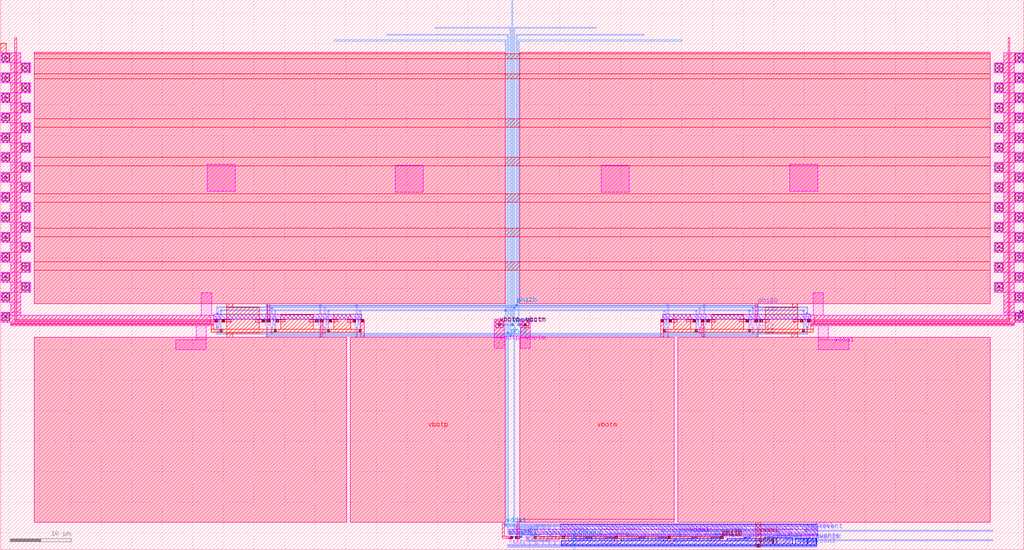
<source format=lef>
VERSION 5.7 ;
  NOWIREEXTENSIONATPIN ON ;
  DIVIDERCHAR "/" ;
  BUSBITCHARS "[]" ;
MACRO comparator_final
  CLASS BLOCK ;
  FOREIGN comparator_final ;
  ORIGIN 2.870 2.150 ;
  SIZE 51.080 BY 4.155 ;
  OBS
      LAYER nwell ;
        RECT 5.745 0.820 47.885 1.615 ;
        RECT -2.560 -0.030 47.885 0.820 ;
        RECT 5.745 -0.250 47.885 -0.030 ;
      LAYER pwell ;
        RECT 9.940 -0.760 10.900 -0.540 ;
        RECT 13.170 -0.760 14.540 -0.540 ;
        RECT 18.580 -0.760 19.540 -0.540 ;
        RECT 21.810 -0.760 23.180 -0.540 ;
        RECT 27.220 -0.760 28.180 -0.540 ;
        RECT 30.450 -0.760 31.820 -0.540 ;
        RECT 35.860 -0.760 36.820 -0.540 ;
        RECT 39.090 -0.760 40.460 -0.540 ;
        RECT 7.100 -1.045 14.540 -0.760 ;
        RECT 15.740 -0.765 23.180 -0.760 ;
        RECT 15.740 -1.045 23.295 -0.765 ;
        RECT 24.380 -0.780 31.820 -0.760 ;
        RECT 24.380 -1.045 31.945 -0.780 ;
        RECT 33.020 -0.795 40.460 -0.760 ;
        RECT 33.020 -1.045 40.540 -0.795 ;
        RECT 5.940 -1.050 14.540 -1.045 ;
        RECT 14.580 -1.050 40.540 -1.045 ;
        RECT 5.940 -1.645 40.540 -1.050 ;
        RECT 5.940 -1.660 23.180 -1.645 ;
        RECT 23.220 -1.660 40.540 -1.645 ;
        RECT 40.575 -1.660 43.800 -0.590 ;
        RECT 44.185 -1.660 46.055 -0.700 ;
        RECT 46.260 -1.660 47.690 -0.700 ;
        RECT 5.935 -1.905 47.695 -1.660 ;
        RECT 44.455 -1.940 44.795 -1.905 ;
      LAYER li1 ;
        RECT -2.860 1.340 47.695 1.510 ;
        RECT -1.880 0.560 -1.710 1.340 ;
        RECT -1.400 1.000 1.080 1.170 ;
        RECT -1.400 0.560 -1.230 1.000 ;
        RECT 0.750 0.900 1.080 1.000 ;
        RECT -2.520 0.230 -2.110 0.560 ;
        RECT -1.920 0.230 -1.670 0.560 ;
        RECT -1.480 0.550 -1.230 0.560 ;
        RECT -1.480 0.230 -1.090 0.550 ;
        RECT -2.520 -0.940 -2.350 0.230 ;
        RECT -2.160 -0.700 -1.990 -0.360 ;
        RECT -1.630 -0.700 -1.460 -0.360 ;
        RECT -1.260 -0.940 -1.090 0.230 ;
        RECT -0.750 0.170 -0.520 0.500 ;
        RECT -0.270 0.230 -0.020 0.560 ;
        RECT 0.170 0.230 0.420 0.560 ;
        RECT 0.610 0.230 0.880 0.560 ;
        RECT 1.050 0.230 1.300 0.560 ;
        RECT 1.490 0.230 1.740 0.560 ;
        RECT -0.270 -0.070 -0.100 0.230 ;
        RECT 0.890 -0.070 1.060 0.010 ;
        RECT 1.530 -0.020 1.700 0.230 ;
        RECT 1.910 0.210 2.080 1.340 ;
        RECT 2.850 0.510 3.020 1.340 ;
        RECT 2.410 0.180 2.620 0.510 ;
        RECT 2.820 0.180 3.070 0.510 ;
        RECT 3.260 0.180 3.680 0.510 ;
        RECT 3.910 0.300 4.080 1.340 ;
        RECT 4.720 0.510 4.890 1.340 ;
        RECT 6.030 0.755 6.360 1.340 ;
        RECT 4.280 0.180 4.490 0.510 ;
        RECT 4.690 0.180 4.940 0.510 ;
        RECT 5.130 0.180 5.550 0.510 ;
        RECT -0.270 -0.240 1.060 -0.070 ;
        RECT -0.840 -0.520 -0.510 -0.350 ;
        RECT 0.070 -0.940 0.240 -0.240 ;
        RECT 0.890 -0.320 1.060 -0.240 ;
        RECT 1.230 -0.190 1.700 -0.020 ;
        RECT 0.410 -0.500 0.580 -0.420 ;
        RECT 1.230 -0.500 1.400 -0.190 ;
        RECT 0.410 -0.670 1.400 -0.500 ;
        RECT 0.410 -0.750 0.580 -0.670 ;
        RECT 1.100 -0.740 1.400 -0.670 ;
        RECT 1.570 -0.720 1.740 -0.390 ;
        RECT 2.110 -0.430 2.280 -0.100 ;
        RECT 2.450 -0.370 2.620 0.180 ;
        RECT 3.080 -0.370 3.250 -0.290 ;
        RECT 2.450 -0.540 3.250 -0.370 ;
        RECT 1.100 -0.940 1.270 -0.740 ;
        RECT 2.450 -0.940 2.620 -0.540 ;
        RECT 3.080 -0.620 3.250 -0.540 ;
        RECT 3.510 -0.940 3.680 0.180 ;
        RECT 3.980 -0.430 4.150 -0.100 ;
        RECT 4.320 -0.370 4.490 0.180 ;
        RECT 4.950 -0.370 5.120 -0.290 ;
        RECT 4.320 -0.540 5.120 -0.370 ;
        RECT 4.320 -0.940 4.490 -0.540 ;
        RECT 4.950 -0.620 5.120 -0.540 ;
        RECT 5.380 -0.940 5.550 0.180 ;
        RECT -2.520 -1.270 -2.270 -0.940 ;
        RECT -1.930 -1.270 -1.680 -0.940 ;
        RECT -1.350 -1.110 -1.090 -0.940 ;
        RECT -1.350 -1.270 -1.100 -1.110 ;
        RECT -0.780 -1.270 -0.540 -0.940 ;
        RECT -1.900 -1.450 -1.730 -1.270 ;
        RECT -0.780 -1.450 -0.610 -1.270 ;
        RECT -0.330 -1.330 -0.100 -1.000 ;
        RECT 0.070 -1.110 0.420 -0.940 ;
        RECT 0.170 -1.270 0.420 -1.110 ;
        RECT 0.610 -1.270 0.860 -0.940 ;
        RECT 1.050 -1.270 1.300 -0.940 ;
        RECT 1.490 -1.270 1.740 -0.940 ;
        RECT -1.900 -1.620 -0.610 -1.450 ;
        RECT -0.270 -1.820 -0.100 -1.330 ;
        RECT 0.660 -1.820 0.830 -1.270 ;
        RECT 1.540 -1.820 1.710 -1.270 ;
        RECT 1.910 -1.820 2.080 -0.940 ;
        RECT 2.410 -1.270 2.620 -0.940 ;
        RECT 2.810 -1.270 3.060 -0.940 ;
        RECT 3.260 -1.270 3.680 -0.940 ;
        RECT 2.860 -1.820 3.030 -1.270 ;
        RECT 3.850 -1.820 4.020 -1.060 ;
        RECT 4.280 -1.270 4.490 -0.940 ;
        RECT 4.680 -1.270 4.930 -0.940 ;
        RECT 5.130 -1.270 5.550 -0.940 ;
        RECT 6.020 -1.065 6.360 0.585 ;
        RECT 4.730 -1.820 4.900 -1.270 ;
        RECT 6.030 -1.820 6.360 -1.235 ;
        RECT 6.530 -1.575 6.975 1.145 ;
        RECT 7.145 0.200 7.355 0.960 ;
        RECT 7.525 0.380 7.855 1.340 ;
        RECT 8.025 0.855 9.625 1.035 ;
        RECT 8.025 0.200 8.205 0.855 ;
        RECT 7.145 0.030 8.205 0.200 ;
        RECT 7.145 -1.265 7.520 0.030 ;
        RECT 7.875 -0.765 8.205 -0.140 ;
        RECT 8.375 -0.685 8.565 0.685 ;
        RECT 8.735 -0.520 8.905 0.855 ;
        RECT 9.075 -0.680 9.285 0.685 ;
        RECT 9.455 0.550 9.625 0.855 ;
        RECT 9.910 0.720 10.240 1.340 ;
        RECT 9.455 0.380 11.100 0.550 ;
        RECT 9.540 0.010 10.750 0.210 ;
        RECT 9.540 -0.500 9.870 0.010 ;
        RECT 10.110 -0.680 10.360 -0.230 ;
        RECT 8.375 -0.935 8.555 -0.685 ;
        RECT 9.075 -0.850 10.360 -0.680 ;
        RECT 9.075 -0.870 9.275 -0.850 ;
        RECT 7.690 -1.820 7.970 -0.935 ;
        RECT 8.160 -1.265 8.555 -0.935 ;
        RECT 8.725 -1.040 9.275 -0.870 ;
        RECT 8.725 -1.265 8.995 -1.040 ;
        RECT 9.455 -1.820 10.360 -1.020 ;
        RECT 10.530 -1.320 10.740 0.010 ;
        RECT 10.920 -0.350 11.100 0.380 ;
        RECT 11.270 -0.030 11.590 0.850 ;
        RECT 12.085 0.070 12.465 1.340 ;
        RECT 10.920 -0.430 11.240 -0.350 ;
        RECT 10.910 -0.610 11.240 -0.430 ;
        RECT 11.420 -0.610 11.590 -0.030 ;
        RECT 12.685 -0.100 13.100 0.850 ;
        RECT 13.270 -0.090 13.550 1.340 ;
        RECT 11.960 -0.260 13.100 -0.100 ;
        RECT 11.960 -0.270 13.370 -0.260 ;
        RECT 11.960 -0.440 12.290 -0.270 ;
        RECT 12.500 -0.610 12.760 -0.450 ;
        RECT 11.420 -0.780 12.760 -0.610 ;
        RECT 12.930 -0.480 13.370 -0.270 ;
        RECT 11.080 -1.260 11.590 -0.780 ;
        RECT 12.930 -0.960 13.100 -0.480 ;
        RECT 11.935 -1.820 12.455 -0.960 ;
        RECT 12.625 -1.490 13.100 -0.960 ;
        RECT 13.270 -1.820 13.550 -0.650 ;
        RECT 13.720 -1.530 13.985 1.170 ;
        RECT 14.155 -0.090 14.390 1.340 ;
        RECT 14.670 0.755 15.000 1.340 ;
        RECT 14.155 -1.820 14.390 -0.650 ;
        RECT 14.660 -1.065 15.000 0.585 ;
        RECT 14.670 -1.820 15.000 -1.235 ;
        RECT 15.170 -1.575 15.615 1.145 ;
        RECT 15.785 0.200 15.995 0.960 ;
        RECT 16.165 0.380 16.495 1.340 ;
        RECT 16.665 0.855 18.265 1.035 ;
        RECT 16.665 0.200 16.845 0.855 ;
        RECT 15.785 0.030 16.845 0.200 ;
        RECT 15.785 -1.265 16.160 0.030 ;
        RECT 16.515 -0.765 16.845 -0.140 ;
        RECT 17.015 -0.685 17.205 0.685 ;
        RECT 17.375 -0.520 17.545 0.855 ;
        RECT 17.715 -0.680 17.925 0.685 ;
        RECT 18.095 0.550 18.265 0.855 ;
        RECT 18.550 0.720 18.880 1.340 ;
        RECT 18.095 0.380 19.740 0.550 ;
        RECT 18.180 0.010 19.390 0.210 ;
        RECT 18.180 -0.500 18.510 0.010 ;
        RECT 18.750 -0.680 19.000 -0.230 ;
        RECT 17.015 -0.935 17.195 -0.685 ;
        RECT 17.715 -0.850 19.000 -0.680 ;
        RECT 17.715 -0.870 17.915 -0.850 ;
        RECT 16.330 -1.820 16.610 -0.935 ;
        RECT 16.800 -1.265 17.195 -0.935 ;
        RECT 17.365 -1.040 17.915 -0.870 ;
        RECT 17.365 -1.265 17.635 -1.040 ;
        RECT 18.095 -1.820 19.000 -1.020 ;
        RECT 19.170 -1.320 19.380 0.010 ;
        RECT 19.560 -0.350 19.740 0.380 ;
        RECT 19.910 -0.030 20.230 0.850 ;
        RECT 20.725 0.070 21.105 1.340 ;
        RECT 19.560 -0.430 19.880 -0.350 ;
        RECT 19.550 -0.610 19.880 -0.430 ;
        RECT 20.060 -0.610 20.230 -0.030 ;
        RECT 21.325 -0.100 21.740 0.850 ;
        RECT 21.910 -0.090 22.190 1.340 ;
        RECT 20.600 -0.260 21.740 -0.100 ;
        RECT 20.600 -0.270 22.010 -0.260 ;
        RECT 20.600 -0.440 20.930 -0.270 ;
        RECT 21.140 -0.610 21.400 -0.450 ;
        RECT 20.060 -0.780 21.400 -0.610 ;
        RECT 21.570 -0.480 22.010 -0.270 ;
        RECT 19.720 -1.260 20.230 -0.780 ;
        RECT 21.570 -0.960 21.740 -0.480 ;
        RECT 20.575 -1.820 21.095 -0.960 ;
        RECT 21.265 -1.490 21.740 -0.960 ;
        RECT 21.910 -1.820 22.190 -0.650 ;
        RECT 22.360 -1.530 22.625 1.170 ;
        RECT 22.795 -0.090 23.030 1.340 ;
        RECT 23.310 0.755 23.640 1.340 ;
        RECT 22.795 -1.820 23.030 -0.650 ;
        RECT 23.300 -1.065 23.640 0.585 ;
        RECT 23.310 -1.820 23.640 -1.235 ;
        RECT 23.810 -1.575 24.255 1.145 ;
        RECT 24.425 0.200 24.635 0.960 ;
        RECT 24.805 0.380 25.135 1.340 ;
        RECT 25.305 0.855 26.905 1.035 ;
        RECT 25.305 0.200 25.485 0.855 ;
        RECT 24.425 0.030 25.485 0.200 ;
        RECT 24.425 -1.265 24.800 0.030 ;
        RECT 25.155 -0.765 25.485 -0.140 ;
        RECT 25.655 -0.685 25.845 0.685 ;
        RECT 26.015 -0.520 26.185 0.855 ;
        RECT 26.355 -0.680 26.565 0.685 ;
        RECT 26.735 0.550 26.905 0.855 ;
        RECT 27.190 0.720 27.520 1.340 ;
        RECT 26.735 0.380 28.380 0.550 ;
        RECT 26.820 0.010 28.030 0.210 ;
        RECT 26.820 -0.500 27.150 0.010 ;
        RECT 27.390 -0.680 27.640 -0.230 ;
        RECT 25.655 -0.935 25.835 -0.685 ;
        RECT 26.355 -0.850 27.640 -0.680 ;
        RECT 26.355 -0.870 26.555 -0.850 ;
        RECT 24.970 -1.820 25.250 -0.935 ;
        RECT 25.440 -1.265 25.835 -0.935 ;
        RECT 26.005 -1.040 26.555 -0.870 ;
        RECT 26.005 -1.265 26.275 -1.040 ;
        RECT 26.735 -1.820 27.640 -1.020 ;
        RECT 27.810 -1.320 28.020 0.010 ;
        RECT 28.200 -0.350 28.380 0.380 ;
        RECT 28.550 -0.030 28.870 0.850 ;
        RECT 29.365 0.070 29.745 1.340 ;
        RECT 28.200 -0.430 28.520 -0.350 ;
        RECT 28.190 -0.610 28.520 -0.430 ;
        RECT 28.700 -0.610 28.870 -0.030 ;
        RECT 29.965 -0.100 30.380 0.850 ;
        RECT 30.550 -0.090 30.830 1.340 ;
        RECT 29.240 -0.260 30.380 -0.100 ;
        RECT 29.240 -0.270 30.650 -0.260 ;
        RECT 29.240 -0.440 29.570 -0.270 ;
        RECT 29.780 -0.610 30.040 -0.450 ;
        RECT 28.700 -0.780 30.040 -0.610 ;
        RECT 30.210 -0.480 30.650 -0.270 ;
        RECT 28.360 -1.260 28.870 -0.780 ;
        RECT 30.210 -0.960 30.380 -0.480 ;
        RECT 29.215 -1.820 29.735 -0.960 ;
        RECT 29.905 -1.490 30.380 -0.960 ;
        RECT 30.550 -1.820 30.830 -0.650 ;
        RECT 31.000 -1.530 31.265 1.170 ;
        RECT 31.435 -0.090 31.670 1.340 ;
        RECT 31.950 0.755 32.280 1.340 ;
        RECT 31.435 -1.820 31.670 -0.650 ;
        RECT 31.940 -1.065 32.280 0.585 ;
        RECT 31.950 -1.820 32.280 -1.235 ;
        RECT 32.450 -1.575 32.895 1.145 ;
        RECT 33.065 0.200 33.275 0.960 ;
        RECT 33.445 0.380 33.775 1.340 ;
        RECT 33.945 0.855 35.545 1.035 ;
        RECT 33.945 0.200 34.125 0.855 ;
        RECT 33.065 0.030 34.125 0.200 ;
        RECT 33.065 -1.265 33.440 0.030 ;
        RECT 33.795 -0.765 34.125 -0.140 ;
        RECT 34.295 -0.685 34.485 0.685 ;
        RECT 34.655 -0.520 34.825 0.855 ;
        RECT 34.995 -0.680 35.205 0.685 ;
        RECT 35.375 0.550 35.545 0.855 ;
        RECT 35.830 0.720 36.160 1.340 ;
        RECT 35.375 0.380 37.020 0.550 ;
        RECT 35.460 0.010 36.670 0.210 ;
        RECT 35.460 -0.500 35.790 0.010 ;
        RECT 36.030 -0.680 36.280 -0.230 ;
        RECT 34.295 -0.935 34.475 -0.685 ;
        RECT 34.995 -0.850 36.280 -0.680 ;
        RECT 34.995 -0.870 35.195 -0.850 ;
        RECT 33.610 -1.820 33.890 -0.935 ;
        RECT 34.080 -1.265 34.475 -0.935 ;
        RECT 34.645 -1.040 35.195 -0.870 ;
        RECT 34.645 -1.265 34.915 -1.040 ;
        RECT 35.375 -1.820 36.280 -1.020 ;
        RECT 36.450 -1.320 36.660 0.010 ;
        RECT 36.840 -0.350 37.020 0.380 ;
        RECT 37.190 -0.030 37.510 0.850 ;
        RECT 38.005 0.070 38.385 1.340 ;
        RECT 36.840 -0.430 37.160 -0.350 ;
        RECT 36.830 -0.610 37.160 -0.430 ;
        RECT 37.340 -0.610 37.510 -0.030 ;
        RECT 38.605 -0.100 39.020 0.850 ;
        RECT 39.190 -0.090 39.470 1.340 ;
        RECT 37.880 -0.260 39.020 -0.100 ;
        RECT 37.880 -0.270 39.290 -0.260 ;
        RECT 37.880 -0.440 38.210 -0.270 ;
        RECT 38.420 -0.610 38.680 -0.450 ;
        RECT 37.340 -0.780 38.680 -0.610 ;
        RECT 38.850 -0.480 39.290 -0.270 ;
        RECT 37.000 -1.260 37.510 -0.780 ;
        RECT 38.850 -0.960 39.020 -0.480 ;
        RECT 37.855 -1.820 38.375 -0.960 ;
        RECT 38.545 -1.490 39.020 -0.960 ;
        RECT 39.190 -1.820 39.470 -0.650 ;
        RECT 39.640 -1.530 39.905 1.170 ;
        RECT 40.075 -0.090 40.310 1.340 ;
        RECT 40.665 0.330 40.995 1.170 ;
        RECT 41.485 0.500 41.765 1.340 ;
        RECT 41.935 0.840 42.265 1.170 ;
        RECT 42.460 1.010 42.790 1.340 ;
        RECT 43.430 0.840 43.760 1.020 ;
        RECT 41.935 0.670 43.760 0.840 ;
        RECT 41.935 0.500 42.265 0.670 ;
        RECT 42.435 0.330 43.730 0.500 ;
        RECT 40.665 0.160 42.605 0.330 ;
        RECT 40.580 -0.180 42.610 -0.010 ;
        RECT 43.000 -0.110 43.330 0.160 ;
        RECT 43.000 -0.155 43.230 -0.110 ;
        RECT 40.075 -1.820 40.310 -0.650 ;
        RECT 40.580 -0.695 40.950 -0.180 ;
        RECT 41.120 -0.695 42.260 -0.350 ;
        RECT 42.430 -0.560 42.610 -0.180 ;
        RECT 42.780 -0.335 43.230 -0.155 ;
        RECT 43.560 -0.280 43.730 0.330 ;
        RECT 44.275 0.050 44.605 1.340 ;
        RECT 44.775 0.185 45.105 0.380 ;
        RECT 45.400 0.355 45.730 1.340 ;
        RECT 44.775 0.015 45.730 0.185 ;
        RECT 42.780 -0.740 42.950 -0.335 ;
        RECT 43.400 -0.505 43.730 -0.280 ;
        RECT 43.940 -0.415 44.720 -0.155 ;
        RECT 44.890 -0.415 45.290 -0.155 ;
        RECT 40.665 -1.820 40.925 -0.865 ;
        RECT 41.095 -1.035 42.365 -0.865 ;
        RECT 41.095 -1.570 41.355 -1.035 ;
        RECT 41.525 -1.820 41.855 -1.205 ;
        RECT 42.195 -1.480 42.365 -1.035 ;
        RECT 42.535 -1.310 42.950 -0.740 ;
        RECT 43.120 -0.675 43.730 -0.505 ;
        RECT 45.480 -0.585 45.730 0.015 ;
        RECT 43.120 -1.480 43.290 -0.675 ;
        RECT 44.275 -0.755 45.730 -0.585 ;
        RECT 42.195 -1.650 43.290 -1.480 ;
        RECT 43.460 -1.820 43.710 -0.845 ;
        RECT 44.275 -1.205 44.605 -0.755 ;
        RECT 45.900 -0.925 46.170 1.170 ;
        RECT 46.350 -0.130 46.670 0.580 ;
        RECT 46.840 0.040 47.170 1.340 ;
        RECT 47.340 -0.040 47.610 1.170 ;
        RECT 46.350 -0.200 47.190 -0.130 ;
        RECT 46.350 -0.300 47.265 -0.200 ;
        RECT 46.340 -0.715 46.690 -0.470 ;
        RECT 47.000 -0.720 47.265 -0.300 ;
        RECT 47.000 -0.885 47.170 -0.720 ;
        RECT 47.435 -0.875 47.610 -0.040 ;
        RECT 44.520 -1.820 44.730 -1.555 ;
        RECT 45.065 -1.820 45.435 -0.925 ;
        RECT 45.605 -1.650 46.170 -0.925 ;
        RECT 46.350 -1.055 47.170 -0.885 ;
        RECT 46.350 -1.215 46.670 -1.055 ;
        RECT 46.840 -1.820 47.170 -1.225 ;
        RECT 47.340 -1.650 47.610 -0.875 ;
        RECT -2.860 -1.990 47.695 -1.820 ;
      LAYER mcon ;
        RECT -2.550 1.340 -2.380 1.510 ;
        RECT -2.070 1.340 -1.900 1.510 ;
        RECT -1.590 1.340 -1.420 1.510 ;
        RECT -1.110 1.340 -0.940 1.510 ;
        RECT -0.630 1.340 -0.460 1.510 ;
        RECT -0.150 1.340 0.020 1.510 ;
        RECT 0.330 1.340 0.500 1.510 ;
        RECT 0.810 1.340 0.980 1.510 ;
        RECT 1.290 1.340 1.460 1.510 ;
        RECT 1.770 1.340 1.940 1.510 ;
        RECT 2.250 1.340 2.420 1.510 ;
        RECT 2.730 1.340 2.900 1.510 ;
        RECT 3.210 1.340 3.380 1.510 ;
        RECT 3.690 1.340 3.860 1.510 ;
        RECT 4.170 1.340 4.340 1.510 ;
        RECT 4.650 1.340 4.820 1.510 ;
        RECT 5.130 1.340 5.300 1.510 ;
        RECT 5.610 1.340 5.780 1.510 ;
        RECT 6.090 1.340 6.260 1.510 ;
        RECT 6.570 1.340 6.740 1.510 ;
        RECT 7.050 1.340 7.220 1.510 ;
        RECT 7.530 1.340 7.700 1.510 ;
        RECT 8.010 1.340 8.180 1.510 ;
        RECT 8.490 1.340 8.660 1.510 ;
        RECT 8.970 1.340 9.140 1.510 ;
        RECT 9.450 1.340 9.620 1.510 ;
        RECT 9.930 1.340 10.100 1.510 ;
        RECT 10.410 1.340 10.580 1.510 ;
        RECT 10.890 1.340 11.060 1.510 ;
        RECT 11.370 1.340 11.540 1.510 ;
        RECT 11.850 1.340 12.020 1.510 ;
        RECT 12.330 1.340 12.500 1.510 ;
        RECT 12.810 1.340 12.980 1.510 ;
        RECT 13.290 1.340 13.460 1.510 ;
        RECT 13.770 1.340 13.940 1.510 ;
        RECT 14.250 1.340 14.420 1.510 ;
        RECT 14.730 1.340 14.900 1.510 ;
        RECT 15.210 1.340 15.380 1.510 ;
        RECT 15.690 1.340 15.860 1.510 ;
        RECT 16.170 1.340 16.340 1.510 ;
        RECT 16.650 1.340 16.820 1.510 ;
        RECT 17.130 1.340 17.300 1.510 ;
        RECT 17.610 1.340 17.780 1.510 ;
        RECT 18.090 1.340 18.260 1.510 ;
        RECT 18.570 1.340 18.740 1.510 ;
        RECT 19.050 1.340 19.220 1.510 ;
        RECT 19.530 1.340 19.700 1.510 ;
        RECT 20.010 1.340 20.180 1.510 ;
        RECT 20.490 1.340 20.660 1.510 ;
        RECT 20.970 1.340 21.140 1.510 ;
        RECT 21.450 1.340 21.620 1.510 ;
        RECT 21.930 1.340 22.100 1.510 ;
        RECT 22.410 1.340 22.580 1.510 ;
        RECT 22.890 1.340 23.060 1.510 ;
        RECT 23.370 1.340 23.540 1.510 ;
        RECT 23.850 1.340 24.020 1.510 ;
        RECT 24.330 1.340 24.500 1.510 ;
        RECT 24.810 1.340 24.980 1.510 ;
        RECT 25.290 1.340 25.460 1.510 ;
        RECT 25.770 1.340 25.940 1.510 ;
        RECT 26.250 1.340 26.420 1.510 ;
        RECT 26.730 1.340 26.900 1.510 ;
        RECT 27.210 1.340 27.380 1.510 ;
        RECT 27.690 1.340 27.860 1.510 ;
        RECT 28.170 1.340 28.340 1.510 ;
        RECT 28.650 1.340 28.820 1.510 ;
        RECT 29.130 1.340 29.300 1.510 ;
        RECT 29.610 1.340 29.780 1.510 ;
        RECT 30.090 1.340 30.260 1.510 ;
        RECT 30.570 1.340 30.740 1.510 ;
        RECT 31.050 1.340 31.220 1.510 ;
        RECT 31.530 1.340 31.700 1.510 ;
        RECT 32.010 1.340 32.180 1.510 ;
        RECT 32.490 1.340 32.660 1.510 ;
        RECT 32.970 1.340 33.140 1.510 ;
        RECT 33.450 1.340 33.620 1.510 ;
        RECT 33.930 1.340 34.100 1.510 ;
        RECT 34.410 1.340 34.580 1.510 ;
        RECT 34.890 1.340 35.060 1.510 ;
        RECT 35.370 1.340 35.540 1.510 ;
        RECT 35.850 1.340 36.020 1.510 ;
        RECT 36.330 1.340 36.500 1.510 ;
        RECT 36.810 1.340 36.980 1.510 ;
        RECT 37.290 1.340 37.460 1.510 ;
        RECT 37.770 1.340 37.940 1.510 ;
        RECT 38.250 1.340 38.420 1.510 ;
        RECT 38.730 1.340 38.900 1.510 ;
        RECT 39.210 1.340 39.380 1.510 ;
        RECT 39.690 1.340 39.860 1.510 ;
        RECT 40.170 1.340 40.340 1.510 ;
        RECT 40.650 1.340 40.820 1.510 ;
        RECT 41.130 1.340 41.300 1.510 ;
        RECT 41.610 1.340 41.780 1.510 ;
        RECT 42.090 1.340 42.260 1.510 ;
        RECT 42.570 1.340 42.740 1.510 ;
        RECT 43.050 1.340 43.220 1.510 ;
        RECT 43.530 1.340 43.700 1.510 ;
        RECT 44.010 1.340 44.180 1.510 ;
        RECT 44.490 1.340 44.660 1.510 ;
        RECT 44.970 1.340 45.140 1.510 ;
        RECT 45.450 1.340 45.620 1.510 ;
        RECT 45.930 1.340 46.100 1.510 ;
        RECT 46.410 1.340 46.580 1.510 ;
        RECT 46.890 1.340 47.060 1.510 ;
        RECT 47.370 1.340 47.540 1.510 ;
        RECT -2.320 0.310 -2.150 0.480 ;
        RECT -2.160 -0.620 -1.990 -0.450 ;
        RECT -1.630 -0.620 -1.460 -0.450 ;
        RECT -0.720 0.250 -0.550 0.420 ;
        RECT 0.650 0.310 0.820 0.480 ;
        RECT 3.295 0.260 3.470 0.430 ;
        RECT 0.890 -0.240 1.060 -0.070 ;
        RECT -0.760 -0.520 -0.590 -0.350 ;
        RECT 2.110 -0.350 2.280 -0.180 ;
        RECT 1.570 -0.640 1.740 -0.470 ;
        RECT 3.980 -0.350 4.150 -0.180 ;
        RECT 6.170 -0.645 6.340 -0.475 ;
        RECT 7.955 -0.585 8.135 -0.395 ;
        RECT 13.770 0.025 13.940 0.195 ;
        RECT 14.810 -0.645 14.980 -0.475 ;
        RECT 16.595 -0.355 16.765 -0.185 ;
        RECT 22.410 0.430 22.580 0.600 ;
        RECT 23.450 -0.645 23.620 -0.475 ;
        RECT 25.235 -0.355 25.405 -0.185 ;
        RECT 31.060 -0.085 31.230 0.085 ;
        RECT 32.090 -0.645 32.260 -0.475 ;
        RECT 33.875 -0.355 34.045 -0.185 ;
        RECT 39.680 -0.660 39.870 -0.475 ;
        RECT 43.080 -0.030 43.250 0.140 ;
        RECT 40.675 -0.620 40.875 -0.450 ;
        RECT 41.550 -0.555 41.720 -0.385 ;
        RECT 45.910 0.455 46.080 0.625 ;
        RECT 44.130 -0.405 44.310 -0.225 ;
        RECT 45.005 -0.375 45.195 -0.205 ;
        RECT 42.615 -0.930 42.785 -0.760 ;
        RECT 46.465 -0.705 46.645 -0.515 ;
        RECT 47.350 -1.130 47.530 -0.940 ;
        RECT -2.550 -1.990 -2.380 -1.820 ;
        RECT -2.070 -1.990 -1.900 -1.820 ;
        RECT -1.590 -1.990 -1.420 -1.820 ;
        RECT -1.110 -1.990 -0.940 -1.820 ;
        RECT -0.630 -1.990 -0.460 -1.820 ;
        RECT -0.150 -1.990 0.020 -1.820 ;
        RECT 0.330 -1.990 0.500 -1.820 ;
        RECT 0.810 -1.990 0.980 -1.820 ;
        RECT 1.290 -1.990 1.460 -1.820 ;
        RECT 1.770 -1.990 1.940 -1.820 ;
        RECT 2.250 -1.990 2.420 -1.820 ;
        RECT 2.730 -1.990 2.900 -1.820 ;
        RECT 3.210 -1.990 3.380 -1.820 ;
        RECT 3.690 -1.990 3.860 -1.820 ;
        RECT 4.170 -1.990 4.340 -1.820 ;
        RECT 4.650 -1.990 4.820 -1.820 ;
        RECT 5.130 -1.990 5.300 -1.820 ;
        RECT 5.610 -1.990 5.780 -1.820 ;
        RECT 6.090 -1.990 6.260 -1.820 ;
        RECT 6.570 -1.990 6.740 -1.820 ;
        RECT 7.050 -1.990 7.220 -1.820 ;
        RECT 7.530 -1.990 7.700 -1.820 ;
        RECT 8.010 -1.990 8.180 -1.820 ;
        RECT 8.490 -1.990 8.660 -1.820 ;
        RECT 8.970 -1.990 9.140 -1.820 ;
        RECT 9.450 -1.990 9.620 -1.820 ;
        RECT 9.930 -1.990 10.100 -1.820 ;
        RECT 10.410 -1.990 10.580 -1.820 ;
        RECT 10.890 -1.990 11.060 -1.820 ;
        RECT 11.370 -1.990 11.540 -1.820 ;
        RECT 11.850 -1.990 12.020 -1.820 ;
        RECT 12.330 -1.990 12.500 -1.820 ;
        RECT 12.810 -1.990 12.980 -1.820 ;
        RECT 13.290 -1.990 13.460 -1.820 ;
        RECT 13.770 -1.990 13.940 -1.820 ;
        RECT 14.250 -1.990 14.420 -1.820 ;
        RECT 14.730 -1.990 14.900 -1.820 ;
        RECT 15.210 -1.990 15.380 -1.820 ;
        RECT 15.690 -1.990 15.860 -1.820 ;
        RECT 16.170 -1.990 16.340 -1.820 ;
        RECT 16.650 -1.990 16.820 -1.820 ;
        RECT 17.130 -1.990 17.300 -1.820 ;
        RECT 17.610 -1.990 17.780 -1.820 ;
        RECT 18.090 -1.990 18.260 -1.820 ;
        RECT 18.570 -1.990 18.740 -1.820 ;
        RECT 19.050 -1.990 19.220 -1.820 ;
        RECT 19.530 -1.990 19.700 -1.820 ;
        RECT 20.010 -1.990 20.180 -1.820 ;
        RECT 20.490 -1.990 20.660 -1.820 ;
        RECT 20.970 -1.990 21.140 -1.820 ;
        RECT 21.450 -1.990 21.620 -1.820 ;
        RECT 21.930 -1.990 22.100 -1.820 ;
        RECT 22.410 -1.990 22.580 -1.820 ;
        RECT 22.890 -1.990 23.060 -1.820 ;
        RECT 23.370 -1.990 23.540 -1.820 ;
        RECT 23.850 -1.990 24.020 -1.820 ;
        RECT 24.330 -1.990 24.500 -1.820 ;
        RECT 24.810 -1.990 24.980 -1.820 ;
        RECT 25.290 -1.990 25.460 -1.820 ;
        RECT 25.770 -1.990 25.940 -1.820 ;
        RECT 26.250 -1.990 26.420 -1.820 ;
        RECT 26.730 -1.990 26.900 -1.820 ;
        RECT 27.210 -1.990 27.380 -1.820 ;
        RECT 27.690 -1.990 27.860 -1.820 ;
        RECT 28.170 -1.990 28.340 -1.820 ;
        RECT 28.650 -1.990 28.820 -1.820 ;
        RECT 29.130 -1.990 29.300 -1.820 ;
        RECT 29.610 -1.990 29.780 -1.820 ;
        RECT 30.090 -1.990 30.260 -1.820 ;
        RECT 30.570 -1.990 30.740 -1.820 ;
        RECT 31.050 -1.990 31.220 -1.820 ;
        RECT 31.530 -1.990 31.700 -1.820 ;
        RECT 32.010 -1.990 32.180 -1.820 ;
        RECT 32.490 -1.990 32.660 -1.820 ;
        RECT 32.970 -1.990 33.140 -1.820 ;
        RECT 33.450 -1.990 33.620 -1.820 ;
        RECT 33.930 -1.990 34.100 -1.820 ;
        RECT 34.410 -1.990 34.580 -1.820 ;
        RECT 34.890 -1.990 35.060 -1.820 ;
        RECT 35.370 -1.990 35.540 -1.820 ;
        RECT 35.850 -1.990 36.020 -1.820 ;
        RECT 36.330 -1.990 36.500 -1.820 ;
        RECT 36.810 -1.990 36.980 -1.820 ;
        RECT 37.290 -1.990 37.460 -1.820 ;
        RECT 37.770 -1.990 37.940 -1.820 ;
        RECT 38.250 -1.990 38.420 -1.820 ;
        RECT 38.730 -1.990 38.900 -1.820 ;
        RECT 39.210 -1.990 39.380 -1.820 ;
        RECT 39.690 -1.990 39.860 -1.820 ;
        RECT 40.170 -1.990 40.340 -1.820 ;
        RECT 40.650 -1.990 40.820 -1.820 ;
        RECT 41.130 -1.990 41.300 -1.820 ;
        RECT 41.610 -1.990 41.780 -1.820 ;
        RECT 42.090 -1.990 42.260 -1.820 ;
        RECT 42.570 -1.990 42.740 -1.820 ;
        RECT 43.050 -1.990 43.220 -1.820 ;
        RECT 43.530 -1.990 43.700 -1.820 ;
        RECT 44.010 -1.990 44.180 -1.820 ;
        RECT 44.490 -1.990 44.660 -1.820 ;
        RECT 44.970 -1.990 45.140 -1.820 ;
        RECT 45.450 -1.990 45.620 -1.820 ;
        RECT 45.930 -1.990 46.100 -1.820 ;
        RECT 46.410 -1.990 46.580 -1.820 ;
        RECT 46.890 -1.990 47.060 -1.820 ;
        RECT 47.370 -1.990 47.540 -1.820 ;
      LAYER met1 ;
        RECT -2.860 1.180 47.695 1.670 ;
        RECT -2.380 0.490 -2.110 0.520 ;
        RECT 0.650 0.510 0.820 1.180 ;
        RECT 22.350 0.585 22.640 0.660 ;
        RECT 45.845 0.625 46.160 0.685 ;
        RECT 25.175 0.585 41.610 0.595 ;
        RECT -2.380 0.300 -0.520 0.490 ;
        RECT -2.380 0.270 -2.110 0.300 ;
        RECT -0.750 0.180 -0.520 0.300 ;
        RECT 0.620 0.250 0.850 0.510 ;
        RECT 3.240 0.430 3.535 0.500 ;
        RECT 3.240 0.260 8.145 0.430 ;
        RECT 22.350 0.425 41.610 0.585 ;
        RECT 22.350 0.370 22.640 0.425 ;
        RECT 3.240 0.195 3.535 0.260 ;
        RECT 0.840 -0.070 1.110 0.010 ;
        RECT 0.840 -0.240 2.330 -0.070 ;
        RECT -2.250 -0.360 -1.990 -0.345 ;
        RECT -1.625 -0.355 -1.245 -0.325 ;
        RECT -2.250 -0.700 -1.910 -0.360 ;
        RECT -1.700 -0.700 -1.245 -0.355 ;
        RECT -0.875 -0.575 -0.480 -0.290 ;
        RECT 0.840 -0.320 1.110 -0.240 ;
        RECT -2.250 -0.715 -1.990 -0.700 ;
        RECT -1.625 -0.735 -1.245 -0.700 ;
        RECT 0.360 -0.750 0.630 -0.410 ;
        RECT 1.525 -0.735 1.800 -0.380 ;
        RECT 2.060 -0.430 2.330 -0.240 ;
        RECT 3.950 -0.430 4.200 -0.070 ;
        RECT 7.955 -0.350 8.145 0.260 ;
        RECT 13.710 0.195 14.005 0.230 ;
        RECT 13.710 0.025 16.845 0.195 ;
        RECT 13.710 -0.015 14.005 0.025 ;
        RECT 0.410 -1.020 0.580 -0.750 ;
        RECT 3.980 -1.020 4.150 -0.430 ;
        RECT 6.110 -0.735 6.400 -0.385 ;
        RECT 7.900 -0.625 8.185 -0.350 ;
        RECT 7.955 -0.695 8.145 -0.625 ;
        RECT 14.700 -0.760 15.105 -0.355 ;
        RECT 16.520 -0.385 16.845 0.025 ;
        RECT 25.230 -0.135 25.445 0.425 ;
        RECT 30.995 0.085 31.300 0.145 ;
        RECT 30.995 -0.085 34.075 0.085 ;
        RECT 23.355 -0.755 23.740 -0.360 ;
        RECT 25.175 -0.390 25.475 -0.135 ;
        RECT 30.995 -0.145 31.300 -0.085 ;
        RECT 31.970 -0.765 32.375 -0.370 ;
        RECT 33.815 -0.485 34.075 -0.085 ;
        RECT 41.425 -0.300 41.610 0.425 ;
        RECT 45.845 0.455 48.120 0.625 ;
        RECT 45.845 0.395 46.160 0.455 ;
        RECT 43.015 -0.005 45.270 0.185 ;
        RECT 43.015 -0.060 43.330 -0.005 ;
        RECT 41.275 -0.310 42.215 -0.300 ;
        RECT 43.940 -0.310 44.665 -0.160 ;
        RECT 39.650 -0.730 40.945 -0.405 ;
        RECT 41.275 -0.555 44.665 -0.310 ;
        RECT 44.895 -0.415 45.270 -0.005 ;
        RECT 41.275 -0.635 42.215 -0.555 ;
        RECT 42.545 -0.750 42.855 -0.705 ;
        RECT 46.405 -0.750 46.705 -0.430 ;
        RECT 42.545 -0.930 46.705 -0.750 ;
        RECT 42.545 -1.000 42.855 -0.930 ;
        RECT 47.290 -0.950 47.590 -0.880 ;
        RECT 0.410 -1.190 4.150 -1.020 ;
        RECT 47.290 -1.120 48.210 -0.950 ;
        RECT 47.290 -1.195 47.590 -1.120 ;
        RECT -2.860 -2.150 47.695 -1.660 ;
      LAYER via ;
        RECT -2.250 -0.650 -1.990 -0.390 ;
        RECT -1.630 -0.655 -1.370 -0.395 ;
        RECT -0.840 -0.575 -0.535 -0.290 ;
        RECT 1.540 -0.680 1.800 -0.415 ;
        RECT 6.110 -0.705 6.400 -0.415 ;
        RECT 14.775 -0.685 15.035 -0.425 ;
        RECT 23.415 -0.685 23.675 -0.425 ;
        RECT 32.045 -0.690 32.305 -0.425 ;
      LAYER met2 ;
        RECT -2.870 0.150 -2.720 2.005 ;
        RECT -1.820 1.095 -1.670 1.870 ;
        RECT -1.820 0.945 1.690 1.095 ;
        RECT -2.870 0.005 -0.495 0.150 ;
        RECT -0.730 -0.290 -0.495 0.005 ;
        RECT -2.320 -0.735 -1.990 -0.335 ;
        RECT -1.625 -0.365 -1.245 -0.325 ;
        RECT -1.630 -0.685 -1.245 -0.365 ;
        RECT -0.875 -0.575 -0.480 -0.290 ;
        RECT 1.525 -0.360 1.690 0.945 ;
        RECT -1.625 -0.735 -1.245 -0.685 ;
        RECT 1.520 -0.740 1.815 -0.360 ;
        RECT 6.080 -0.780 6.445 -0.340 ;
        RECT 14.700 -0.760 15.105 -0.355 ;
        RECT 23.355 -0.755 23.740 -0.360 ;
        RECT 31.970 -0.765 32.375 -0.370 ;
      LAYER via2 ;
        RECT -2.320 -0.690 -2.035 -0.380 ;
        RECT -1.575 -0.690 -1.295 -0.370 ;
        RECT 1.530 -0.695 1.810 -0.405 ;
        RECT 6.110 -0.735 6.400 -0.385 ;
        RECT 14.745 -0.715 15.060 -0.400 ;
        RECT 23.400 -0.710 23.695 -0.405 ;
        RECT 32.020 -0.720 32.325 -0.420 ;
      LAYER met3 ;
        RECT -2.775 -0.720 -1.990 -0.345 ;
        RECT -1.630 -0.720 -0.845 -0.345 ;
        RECT 1.500 -0.405 1.835 -0.360 ;
        RECT 6.080 -0.395 6.445 -0.340 ;
        RECT 14.700 -0.395 15.105 -0.355 ;
        RECT 23.355 -0.395 23.740 -0.360 ;
        RECT 31.970 -0.395 32.375 -0.370 ;
        RECT 5.865 -0.405 32.375 -0.395 ;
        RECT 1.500 -0.730 32.375 -0.405 ;
        RECT 1.500 -0.740 1.835 -0.730 ;
        RECT 6.080 -0.780 6.445 -0.730 ;
        RECT 14.700 -0.760 15.105 -0.730 ;
        RECT 23.355 -0.755 23.740 -0.730 ;
        RECT 31.970 -0.765 32.375 -0.730 ;
      LAYER via3 ;
        RECT -2.360 -0.700 -2.035 -0.365 ;
        RECT -1.575 -0.695 -1.255 -0.360 ;
      LAYER met4 ;
        RECT -1.370 -0.345 -0.980 -0.210 ;
        RECT -2.380 -0.370 -2.020 -0.355 ;
        RECT -2.775 -0.670 -2.020 -0.370 ;
        RECT -2.380 -0.710 -2.020 -0.670 ;
        RECT -1.590 -0.705 -0.980 -0.345 ;
  END
END comparator_final
MACRO fitler_cell
  CLASS BLOCK ;
  FOREIGN fitler_cell ;
  ORIGIN 26.440 48.250 ;
  SIZE 82.480 BY 79.280 ;
  OBS
      LAYER nwell ;
        RECT 8.410 -15.050 32.630 -14.210 ;
      LAYER li1 ;
        RECT 9.440 -13.670 9.720 -13.500 ;
        RECT 8.850 -14.200 9.180 -14.030 ;
        RECT 8.690 -15.990 8.860 -14.480 ;
        RECT 9.160 -15.200 9.330 -14.480 ;
        RECT 9.500 -14.810 9.670 -13.670 ;
        RECT 17.040 -14.030 17.210 -12.700 ;
        RECT 17.800 -14.030 17.970 -13.040 ;
        RECT 18.370 -13.500 18.540 -13.470 ;
        RECT 18.340 -13.670 18.570 -13.500 ;
        RECT 16.960 -14.200 17.290 -14.030 ;
        RECT 17.720 -14.200 18.050 -14.030 ;
        RECT 9.160 -15.370 9.410 -15.200 ;
        RECT 9.160 -15.990 9.330 -15.370 ;
        RECT 8.930 -16.240 9.100 -16.210 ;
        RECT 8.850 -16.410 9.180 -16.240 ;
        RECT 8.930 -16.440 9.100 -16.410 ;
        RECT 9.500 -17.000 9.670 -15.660 ;
        RECT 16.800 -15.990 16.970 -14.480 ;
        RECT 17.270 -15.990 17.730 -14.480 ;
        RECT 18.030 -15.200 18.200 -14.480 ;
        RECT 18.370 -14.810 18.540 -13.670 ;
        RECT 25.740 -14.030 25.910 -12.700 ;
        RECT 26.500 -14.030 26.670 -13.040 ;
        RECT 27.070 -13.500 27.240 -13.470 ;
        RECT 27.040 -13.670 27.270 -13.500 ;
        RECT 25.660 -14.200 25.990 -14.030 ;
        RECT 26.420 -14.200 26.750 -14.030 ;
        RECT 18.030 -15.370 18.280 -15.200 ;
        RECT 18.030 -15.990 18.200 -15.370 ;
        RECT 16.960 -16.410 17.290 -16.240 ;
        RECT 17.720 -16.410 18.050 -16.240 ;
        RECT 17.040 -17.820 17.210 -16.410 ;
        RECT 17.800 -17.480 17.970 -16.410 ;
        RECT 18.370 -17.000 18.540 -15.660 ;
        RECT 25.500 -15.990 25.670 -14.480 ;
        RECT 25.970 -15.990 26.430 -14.480 ;
        RECT 26.730 -15.200 26.900 -14.480 ;
        RECT 27.070 -14.810 27.240 -13.670 ;
        RECT 31.690 -14.030 31.860 -12.700 ;
        RECT 32.260 -13.500 32.430 -13.470 ;
        RECT 32.230 -13.670 32.460 -13.500 ;
        RECT 31.610 -14.200 31.940 -14.030 ;
        RECT 31.450 -15.190 31.620 -14.480 ;
        RECT 26.730 -15.370 26.980 -15.200 ;
        RECT 31.360 -15.360 31.620 -15.190 ;
        RECT 26.730 -15.990 26.900 -15.370 ;
        RECT 25.660 -16.410 25.990 -16.240 ;
        RECT 26.420 -16.410 26.750 -16.240 ;
        RECT 25.740 -17.820 25.910 -16.410 ;
        RECT 26.500 -17.480 26.670 -16.410 ;
        RECT 27.070 -16.830 27.240 -15.660 ;
        RECT 31.450 -15.990 31.620 -15.360 ;
        RECT 31.920 -15.200 32.090 -14.480 ;
        RECT 32.260 -14.810 32.430 -13.670 ;
        RECT 31.920 -15.370 32.170 -15.200 ;
        RECT 31.920 -15.990 32.090 -15.370 ;
        RECT 31.610 -16.410 31.940 -16.240 ;
        RECT 27.070 -17.000 27.300 -16.830 ;
        RECT 31.690 -17.820 31.860 -16.410 ;
        RECT 32.260 -17.000 32.430 -15.660 ;
      LAYER mcon ;
        RECT 17.040 -12.870 17.210 -12.700 ;
        RECT 9.500 -13.670 9.670 -13.500 ;
        RECT 8.930 -14.200 9.100 -14.030 ;
        RECT 8.690 -15.340 8.860 -15.170 ;
        RECT 25.740 -12.870 25.910 -12.700 ;
        RECT 17.800 -13.250 17.970 -13.080 ;
        RECT 18.370 -13.670 18.540 -13.500 ;
        RECT 9.240 -15.370 9.410 -15.200 ;
        RECT 16.800 -15.340 16.970 -15.170 ;
        RECT 8.930 -16.410 9.100 -16.240 ;
        RECT 17.270 -15.380 17.440 -15.210 ;
        RECT 31.690 -12.870 31.860 -12.700 ;
        RECT 26.500 -13.210 26.670 -13.040 ;
        RECT 27.070 -13.670 27.240 -13.500 ;
        RECT 18.110 -15.370 18.280 -15.200 ;
        RECT 25.500 -15.340 25.670 -15.170 ;
        RECT 25.970 -15.380 26.140 -15.210 ;
        RECT 32.260 -13.670 32.430 -13.500 ;
        RECT 26.810 -15.370 26.980 -15.200 ;
        RECT 17.800 -17.390 17.970 -17.220 ;
        RECT 32.000 -15.370 32.170 -15.200 ;
      LAYER met1 ;
        RECT 16.980 -12.730 17.270 -12.640 ;
        RECT 25.680 -12.730 25.970 -12.640 ;
        RECT 31.630 -12.730 31.920 -12.670 ;
        RECT 16.980 -12.870 55.960 -12.730 ;
        RECT 16.980 -12.900 17.270 -12.870 ;
        RECT 25.680 -12.900 25.970 -12.870 ;
        RECT 31.630 -12.900 31.920 -12.870 ;
        RECT 26.440 -13.040 26.720 -13.010 ;
        RECT 8.930 -13.180 55.960 -13.040 ;
        RECT 8.930 -13.970 9.100 -13.180 ;
        RECT 17.740 -13.300 18.030 -13.180 ;
        RECT 26.440 -13.270 26.720 -13.180 ;
        RECT 9.470 -13.500 9.700 -13.470 ;
        RECT 18.340 -13.500 18.570 -13.470 ;
        RECT 27.040 -13.500 27.270 -13.470 ;
        RECT 32.230 -13.500 32.460 -13.470 ;
        RECT 9.440 -13.670 55.960 -13.500 ;
        RECT 9.470 -13.700 9.700 -13.670 ;
        RECT 18.340 -13.700 18.570 -13.670 ;
        RECT 27.040 -13.700 27.270 -13.670 ;
        RECT 32.230 -13.700 32.460 -13.670 ;
        RECT 8.890 -14.260 9.140 -13.970 ;
        RECT 8.620 -15.120 8.920 -15.110 ;
        RECT 8.590 -15.490 9.020 -15.120 ;
        RECT 9.780 -15.160 10.080 -15.150 ;
        RECT 9.160 -15.400 10.110 -15.160 ;
        RECT 9.680 -15.530 10.110 -15.400 ;
        RECT 16.330 -15.460 17.000 -15.090 ;
        RECT 17.220 -15.160 17.560 -15.130 ;
        RECT 18.650 -15.160 18.950 -15.150 ;
        RECT 17.210 -15.460 17.560 -15.160 ;
        RECT 18.030 -15.400 18.980 -15.160 ;
        RECT 16.360 -15.470 16.660 -15.460 ;
        RECT 17.220 -15.490 17.560 -15.460 ;
        RECT 18.550 -15.530 18.980 -15.400 ;
        RECT 25.030 -15.460 25.700 -15.090 ;
        RECT 25.920 -15.160 26.260 -15.130 ;
        RECT 27.350 -15.160 27.650 -15.150 ;
        RECT 25.910 -15.460 26.260 -15.160 ;
        RECT 26.730 -15.400 27.680 -15.160 ;
        RECT 25.060 -15.470 25.360 -15.460 ;
        RECT 25.920 -15.490 26.260 -15.460 ;
        RECT 27.250 -15.530 27.680 -15.400 ;
        RECT 31.200 -15.460 31.630 -15.090 ;
        RECT 32.540 -15.160 32.840 -15.150 ;
        RECT 31.920 -15.400 32.870 -15.160 ;
        RECT 31.230 -15.470 31.530 -15.460 ;
        RECT 32.440 -15.530 32.870 -15.400 ;
        RECT 54.960 -15.850 55.230 -15.760 ;
        RECT 54.960 -15.990 55.960 -15.850 ;
        RECT 54.960 -16.080 55.230 -15.990 ;
        RECT 8.900 -16.440 9.130 -16.180 ;
        RECT 8.930 -17.340 9.100 -16.440 ;
        RECT 9.450 -16.770 9.720 -16.750 ;
        RECT 18.320 -16.770 18.590 -16.750 ;
        RECT 27.020 -16.770 27.290 -16.750 ;
        RECT 32.210 -16.770 32.480 -16.750 ;
        RECT 9.440 -17.060 9.730 -16.770 ;
        RECT 18.310 -17.060 18.600 -16.770 ;
        RECT 27.010 -17.060 27.300 -16.770 ;
        RECT 32.200 -17.060 32.490 -16.770 ;
        RECT 9.450 -17.080 9.720 -17.060 ;
        RECT 18.320 -17.080 18.590 -17.060 ;
        RECT 27.020 -17.080 27.290 -17.060 ;
        RECT 32.210 -17.080 32.480 -17.060 ;
        RECT 17.710 -17.340 18.030 -17.140 ;
        RECT 26.440 -17.340 26.730 -17.240 ;
        RECT 8.930 -17.480 55.960 -17.340 ;
        RECT 26.440 -17.520 26.730 -17.480 ;
        RECT 16.980 -17.660 17.270 -17.620 ;
        RECT 25.680 -17.660 25.980 -17.620 ;
        RECT 31.630 -17.660 31.920 -17.620 ;
        RECT 16.980 -17.800 55.960 -17.660 ;
        RECT 16.980 -17.880 17.270 -17.800 ;
        RECT 25.680 -17.910 25.980 -17.800 ;
        RECT 31.630 -17.880 31.920 -17.800 ;
      LAYER via ;
        RECT 8.640 -15.400 8.900 -15.140 ;
        RECT 9.800 -15.440 10.060 -15.180 ;
        RECT 16.380 -15.440 16.640 -15.180 ;
        RECT 17.240 -15.440 17.500 -15.180 ;
        RECT 18.670 -15.440 18.930 -15.180 ;
        RECT 25.080 -15.440 25.340 -15.180 ;
        RECT 25.940 -15.440 26.200 -15.180 ;
        RECT 27.370 -15.440 27.630 -15.180 ;
        RECT 31.250 -15.440 31.510 -15.180 ;
        RECT 32.560 -15.440 32.820 -15.180 ;
        RECT 54.960 -16.050 55.230 -15.790 ;
        RECT 9.450 -17.050 9.720 -16.780 ;
        RECT 18.320 -17.050 18.590 -16.780 ;
        RECT 27.020 -17.050 27.290 -16.780 ;
        RECT 32.210 -17.050 32.480 -16.780 ;
      LAYER met2 ;
        RECT 8.590 -15.460 8.950 -15.080 ;
        RECT 9.750 -15.500 10.110 -15.120 ;
        RECT 16.330 -15.500 16.690 -15.120 ;
        RECT 17.180 -15.490 17.560 -15.130 ;
        RECT 18.620 -15.500 18.980 -15.120 ;
        RECT 25.030 -15.500 25.390 -15.120 ;
        RECT 25.880 -15.490 26.260 -15.130 ;
        RECT 27.320 -15.500 27.680 -15.120 ;
        RECT 31.200 -15.500 31.560 -15.120 ;
        RECT 32.510 -15.500 32.870 -15.120 ;
        RECT 54.920 -16.140 55.260 -15.700 ;
        RECT 9.450 -16.780 9.720 -16.750 ;
        RECT 18.320 -16.780 18.590 -16.750 ;
        RECT 27.020 -16.780 27.290 -16.750 ;
        RECT 32.210 -16.780 32.480 -16.750 ;
        RECT 9.400 -17.060 9.780 -16.780 ;
        RECT 18.270 -17.060 18.650 -16.780 ;
        RECT 26.970 -17.060 27.350 -16.780 ;
        RECT 32.160 -17.060 32.540 -16.780 ;
        RECT 9.450 -17.080 9.720 -17.060 ;
        RECT 18.320 -17.080 18.590 -17.060 ;
        RECT 27.020 -17.080 27.290 -17.060 ;
        RECT 32.210 -17.080 32.480 -17.060 ;
      LAYER via2 ;
        RECT 8.630 -15.410 8.910 -15.130 ;
        RECT 9.790 -15.450 10.070 -15.170 ;
        RECT 16.370 -15.450 16.650 -15.170 ;
        RECT 17.230 -15.450 17.510 -15.170 ;
        RECT 18.660 -15.450 18.940 -15.170 ;
        RECT 25.070 -15.450 25.350 -15.170 ;
        RECT 25.930 -15.450 26.210 -15.170 ;
        RECT 27.360 -15.450 27.640 -15.170 ;
        RECT 31.240 -15.450 31.520 -15.170 ;
        RECT 32.550 -15.450 32.830 -15.170 ;
        RECT 54.920 -16.090 55.260 -15.750 ;
        RECT 9.450 -17.060 9.730 -16.780 ;
        RECT 18.320 -17.060 18.600 -16.780 ;
        RECT 27.020 -17.060 27.300 -16.780 ;
        RECT 32.210 -17.060 32.490 -16.780 ;
      LAYER met3 ;
        RECT -26.440 26.900 -23.150 28.530 ;
        RECT -24.830 25.270 -21.720 26.900 ;
        RECT -26.440 23.640 -23.150 25.270 ;
        RECT -24.830 22.010 -21.720 23.640 ;
        RECT -26.440 20.380 -23.150 22.010 ;
        RECT -24.830 18.750 -21.720 20.380 ;
        RECT -26.440 17.120 -23.150 18.750 ;
        RECT -24.830 15.490 -21.720 17.120 ;
        RECT -26.440 13.860 -23.150 15.490 ;
        RECT -24.830 12.230 -21.720 13.860 ;
        RECT -26.440 10.600 -23.150 12.230 ;
        RECT -24.830 8.970 -21.720 10.600 ;
        RECT -26.440 7.340 -23.150 8.970 ;
        RECT -24.830 5.710 -21.720 7.340 ;
        RECT -26.440 4.080 -23.150 5.710 ;
        RECT -24.830 2.450 -21.720 4.080 ;
        RECT -26.440 0.820 -23.150 2.450 ;
        RECT -24.830 -0.810 -21.720 0.820 ;
        RECT -26.440 -2.440 -23.150 -0.810 ;
        RECT -24.830 -4.070 -21.720 -2.440 ;
        RECT -26.440 -5.700 -23.150 -4.070 ;
        RECT -24.830 -7.330 -21.720 -5.700 ;
        RECT -26.440 -8.960 -23.150 -7.330 ;
        RECT -24.830 -8.970 -23.150 -8.960 ;
        RECT -24.830 -10.600 -21.720 -8.970 ;
        RECT -26.440 -12.230 -23.150 -10.600 ;
        RECT -24.830 -13.870 -23.150 -12.230 ;
        RECT -20.920 -12.500 56.040 28.620 ;
        RECT -26.440 -14.430 -23.150 -13.870 ;
        RECT 10.570 -13.060 11.490 -12.500 ;
        RECT -26.440 -15.500 7.820 -14.430 ;
        RECT 8.530 -15.490 9.020 -15.010 ;
        RECT -24.830 -15.790 7.820 -15.500 ;
        RECT 8.580 -15.530 9.020 -15.490 ;
        RECT 9.680 -15.570 10.170 -15.050 ;
        RECT -24.830 -15.830 8.280 -15.790 ;
        RECT -24.830 -16.090 8.390 -15.830 ;
        RECT 7.980 -16.670 8.390 -16.090 ;
        RECT 10.570 -16.670 15.850 -13.060 ;
        RECT 16.270 -15.570 16.760 -15.050 ;
        RECT 17.110 -15.560 17.630 -15.070 ;
        RECT 18.550 -15.570 19.040 -15.050 ;
        RECT 19.360 -16.670 24.640 -14.300 ;
        RECT 24.970 -15.570 25.460 -15.050 ;
        RECT 25.810 -15.560 26.330 -15.070 ;
        RECT 27.250 -15.570 27.740 -15.050 ;
        RECT 28.060 -16.670 30.840 -14.230 ;
        RECT 31.140 -15.570 31.630 -15.050 ;
        RECT 32.440 -15.510 32.930 -15.050 ;
        RECT 32.440 -15.570 32.860 -15.510 ;
        RECT 7.980 -17.160 32.550 -16.670 ;
        RECT 10.570 -17.340 15.850 -17.160 ;
        RECT 10.570 -17.970 11.510 -17.340 ;
        RECT 54.280 -17.970 55.920 -15.020 ;
        RECT -20.930 -48.250 30.190 -17.970 ;
        RECT 30.750 -48.250 56.040 -17.970 ;
      LAYER via3 ;
        RECT -25.800 27.580 -25.480 27.900 ;
        RECT -22.520 25.950 -22.200 26.270 ;
        RECT -25.800 24.320 -25.480 24.640 ;
        RECT -22.520 22.690 -22.200 23.010 ;
        RECT -25.800 21.060 -25.480 21.380 ;
        RECT -22.520 19.430 -22.200 19.750 ;
        RECT -25.800 17.800 -25.480 18.120 ;
        RECT -22.520 16.170 -22.200 16.490 ;
        RECT -25.800 14.540 -25.480 14.860 ;
        RECT -22.520 12.910 -22.200 13.230 ;
        RECT -25.800 11.280 -25.480 11.600 ;
        RECT -22.520 9.650 -22.200 9.970 ;
        RECT -25.800 8.020 -25.480 8.340 ;
        RECT -22.520 6.390 -22.200 6.710 ;
        RECT -25.800 4.760 -25.480 5.080 ;
        RECT -22.520 3.130 -22.200 3.450 ;
        RECT -25.800 1.500 -25.480 1.820 ;
        RECT -22.520 -0.130 -22.200 0.190 ;
        RECT -25.800 -1.760 -25.480 -1.440 ;
        RECT -22.520 -3.390 -22.200 -3.070 ;
        RECT -25.800 -5.020 -25.480 -4.700 ;
        RECT -22.520 -6.650 -22.200 -6.330 ;
        RECT -25.800 -8.280 -25.480 -7.960 ;
        RECT -22.520 -9.920 -22.200 -9.600 ;
        RECT -25.800 -11.550 -25.480 -11.230 ;
        RECT -25.800 -14.820 -25.480 -14.500 ;
        RECT 8.610 -15.430 8.930 -15.110 ;
        RECT 9.770 -15.470 10.090 -15.150 ;
        RECT 16.350 -15.470 16.670 -15.150 ;
        RECT 17.210 -15.470 17.530 -15.150 ;
        RECT 18.640 -15.470 18.960 -15.150 ;
        RECT 25.050 -15.470 25.370 -15.150 ;
        RECT 25.910 -15.470 26.230 -15.150 ;
        RECT 27.340 -15.470 27.660 -15.150 ;
        RECT 31.220 -15.470 31.540 -15.150 ;
        RECT 32.530 -15.470 32.850 -15.150 ;
        RECT 54.920 -16.090 55.260 -15.750 ;
      LAYER met4 ;
        RECT -26.440 26.900 -24.930 28.530 ;
        RECT -26.440 23.640 -24.930 25.270 ;
        RECT -26.440 20.380 -24.930 22.010 ;
        RECT -26.440 17.120 -24.930 18.750 ;
        RECT -26.440 13.860 -24.930 15.490 ;
        RECT -26.440 10.600 -24.930 12.230 ;
        RECT -26.440 7.340 -24.930 8.970 ;
        RECT -26.440 4.080 -24.930 5.710 ;
        RECT -26.440 0.820 -24.930 2.450 ;
        RECT -26.440 -2.440 -24.930 -0.810 ;
        RECT -26.440 -5.700 -24.930 -4.070 ;
        RECT -26.440 -8.960 -24.930 -7.330 ;
        RECT -26.440 -12.230 -24.930 -10.600 ;
        RECT -26.440 -15.500 -24.930 -13.870 ;
        RECT -24.140 -15.110 -23.840 31.030 ;
        RECT -23.090 25.270 -21.720 26.900 ;
        RECT -23.090 22.010 -21.720 23.640 ;
        RECT -23.090 18.750 -21.720 20.380 ;
        RECT -23.090 15.490 -21.720 17.120 ;
        RECT -23.090 12.230 -21.720 13.860 ;
        RECT -23.090 8.970 -21.720 10.600 ;
        RECT -23.090 5.710 -21.720 7.340 ;
        RECT -23.090 2.450 -21.720 4.080 ;
        RECT -23.090 -0.810 -21.720 0.820 ;
        RECT -23.090 -4.070 -21.720 -2.440 ;
        RECT -23.090 -7.330 -21.720 -5.700 ;
        RECT -23.090 -10.600 -21.720 -8.970 ;
        RECT -20.920 -12.500 56.040 28.620 ;
        RECT 8.510 -15.110 8.940 -15.080 ;
        RECT -24.140 -15.410 8.940 -15.110 ;
        RECT 8.510 -15.440 8.940 -15.410 ;
        RECT 9.760 -15.480 11.280 -15.120 ;
        RECT 10.900 -15.500 11.280 -15.480 ;
        RECT 15.180 -15.140 15.560 -15.130 ;
        RECT 15.180 -15.500 16.680 -15.140 ;
        RECT 17.180 -15.480 17.540 -12.500 ;
        RECT 18.630 -15.480 20.100 -15.120 ;
        RECT 24.040 -15.500 25.380 -15.140 ;
        RECT 25.880 -15.480 26.240 -15.130 ;
        RECT 27.330 -15.480 28.760 -15.120 ;
        RECT 15.180 -15.510 15.560 -15.500 ;
        RECT 25.910 -17.970 26.230 -15.480 ;
        RECT 30.240 -15.500 31.550 -15.140 ;
        RECT 32.480 -17.970 32.980 -15.090 ;
        RECT 54.540 -16.460 55.720 -15.280 ;
        RECT -20.930 -48.250 30.190 -17.970 ;
        RECT 30.750 -48.250 56.040 -17.970 ;
      LAYER via4 ;
        RECT -26.220 27.160 -25.040 28.340 ;
        RECT -26.220 23.900 -25.040 25.080 ;
        RECT -26.220 20.640 -25.040 21.820 ;
        RECT -26.220 17.380 -25.040 18.560 ;
        RECT -26.220 14.120 -25.040 15.300 ;
        RECT -26.220 10.860 -25.040 12.040 ;
        RECT -26.220 7.600 -25.040 8.780 ;
        RECT -26.220 4.340 -25.040 5.520 ;
        RECT -26.220 1.080 -25.040 2.260 ;
        RECT -26.220 -2.180 -25.040 -1.000 ;
        RECT -26.220 -5.440 -25.040 -4.260 ;
        RECT -26.220 -8.700 -25.040 -7.520 ;
        RECT -26.220 -11.970 -25.040 -10.790 ;
        RECT -26.220 -15.240 -25.040 -14.060 ;
        RECT -22.940 25.530 -21.760 26.710 ;
        RECT -22.940 22.270 -21.760 23.450 ;
        RECT -22.940 19.010 -21.760 20.190 ;
        RECT -22.940 15.750 -21.760 16.930 ;
        RECT -22.940 12.490 -21.760 13.670 ;
        RECT -22.940 9.230 -21.760 10.410 ;
        RECT -22.940 5.970 -21.760 7.150 ;
        RECT -22.940 2.710 -21.760 3.890 ;
        RECT -22.940 -0.550 -21.760 0.630 ;
        RECT -22.940 -3.810 -21.760 -2.630 ;
        RECT -22.940 -7.070 -21.760 -5.890 ;
        RECT -22.940 -10.340 -21.760 -9.160 ;
      LAYER met5 ;
        RECT -26.440 26.900 -23.150 28.530 ;
        RECT -24.830 25.270 -21.550 26.900 ;
        RECT -26.440 23.640 -23.150 25.270 ;
        RECT -24.830 22.010 -21.550 23.640 ;
        RECT -26.440 20.380 -23.150 22.010 ;
        RECT -24.830 18.750 -21.550 20.380 ;
        RECT -26.440 17.120 -23.150 18.750 ;
        RECT -24.830 15.490 -21.550 17.120 ;
        RECT -26.440 13.860 -23.150 15.490 ;
        RECT -24.830 12.230 -21.550 13.860 ;
        RECT -26.440 10.600 -23.150 12.230 ;
        RECT -24.830 8.970 -21.550 10.600 ;
        RECT -26.440 7.340 -23.150 8.970 ;
        RECT -24.830 5.710 -21.550 7.340 ;
        RECT 7.300 5.920 11.880 10.290 ;
        RECT -26.440 4.080 -23.150 5.710 ;
        RECT 38.090 5.690 42.660 10.130 ;
        RECT -24.830 2.450 -21.550 4.080 ;
        RECT -26.440 0.820 -23.150 2.450 ;
        RECT -24.830 -0.810 -21.550 0.820 ;
        RECT -26.440 -2.440 -23.150 -0.810 ;
        RECT -24.830 -4.070 -21.550 -2.440 ;
        RECT -26.440 -5.700 -23.150 -4.070 ;
        RECT -24.830 -7.330 -21.550 -5.700 ;
        RECT -26.440 -8.960 -23.150 -7.330 ;
        RECT -24.830 -8.970 -23.150 -8.960 ;
        RECT -24.830 -10.600 -21.550 -8.970 ;
        RECT -26.440 -12.230 -23.150 -10.600 ;
        RECT -24.830 -13.870 -23.150 -12.230 ;
        RECT -26.440 -14.430 -23.150 -13.870 ;
        RECT 6.390 -14.430 8.050 -10.730 ;
        RECT -26.440 -15.500 8.390 -14.430 ;
        RECT -24.830 -16.090 8.390 -15.500 ;
        RECT 5.560 -18.390 7.170 -16.090 ;
        RECT 2.180 -20.000 7.170 -18.390 ;
        RECT 54.280 -18.050 55.920 -15.020 ;
        RECT 54.280 -19.780 55.910 -18.050 ;
  END
END fitler_cell
MACRO filter_p_m_fin
  CLASS BLOCK ;
  FOREIGN filter_p_m_fin ;
  ORIGIN 26.420 52.755 ;
  SIZE 167.350 BY 89.955 ;
  PIN compout
    ANTENNAGATEAREA 0.126000 ;
    ANTENNADIFFAREA 0.252000 ;
    PORT
      LAYER li1 ;
        RECT 62.610 -50.010 63.030 -49.680 ;
        RECT 62.860 -51.130 63.030 -50.010 ;
        RECT 67.225 -50.955 67.555 -50.330 ;
        RECT 62.610 -51.460 63.030 -51.130 ;
      LAYER mcon ;
        RECT 62.645 -49.930 62.820 -49.760 ;
        RECT 67.305 -50.775 67.485 -50.585 ;
      LAYER met1 ;
        RECT 62.590 -49.760 62.885 -49.690 ;
        RECT 62.590 -49.930 67.495 -49.760 ;
        RECT 62.590 -49.995 62.885 -49.930 ;
        RECT 67.305 -50.505 67.495 -49.930 ;
        RECT 67.250 -50.910 67.540 -50.505 ;
      LAYER via ;
        RECT 67.265 -50.840 67.525 -50.580 ;
      LAYER met2 ;
        RECT 67.250 -52.755 67.540 -50.480 ;
    END
  END compout
  PIN vssa1
    ANTENNADIFFAREA 9.375800 ;
    PORT
      LAYER pwell ;
        RECT 69.290 -50.950 70.250 -50.730 ;
        RECT 72.520 -50.950 73.890 -50.730 ;
        RECT 77.930 -50.950 78.890 -50.730 ;
        RECT 81.160 -50.950 82.530 -50.730 ;
        RECT 86.570 -50.950 87.530 -50.730 ;
        RECT 89.800 -50.950 91.170 -50.730 ;
        RECT 95.210 -50.950 96.170 -50.730 ;
        RECT 98.440 -50.950 99.810 -50.730 ;
        RECT 66.450 -51.235 73.890 -50.950 ;
        RECT 75.090 -50.955 82.530 -50.950 ;
        RECT 75.090 -51.235 82.645 -50.955 ;
        RECT 83.730 -50.970 91.170 -50.950 ;
        RECT 83.730 -51.235 91.295 -50.970 ;
        RECT 92.370 -50.985 99.810 -50.950 ;
        RECT 92.370 -51.235 99.890 -50.985 ;
        RECT 65.290 -51.240 73.890 -51.235 ;
        RECT 73.930 -51.240 99.890 -51.235 ;
        RECT 65.290 -51.835 99.890 -51.240 ;
        RECT 65.290 -51.850 82.530 -51.835 ;
        RECT 82.570 -51.850 99.890 -51.835 ;
        RECT 99.925 -51.850 103.150 -50.780 ;
        RECT 103.535 -51.850 105.405 -50.890 ;
        RECT 105.610 -51.850 107.040 -50.890 ;
        RECT 65.285 -52.095 107.045 -51.850 ;
        RECT 103.805 -52.130 104.145 -52.095 ;
      LAYER li1 ;
        RECT 9.520 -17.000 9.690 -15.660 ;
        RECT 18.390 -17.000 18.560 -15.660 ;
        RECT 27.090 -16.830 27.260 -15.660 ;
        RECT 27.090 -17.000 27.320 -16.830 ;
        RECT 32.280 -17.000 32.450 -15.660 ;
        RECT 82.060 -17.000 82.230 -15.660 ;
        RECT 87.250 -16.830 87.420 -15.660 ;
        RECT 87.190 -17.000 87.420 -16.830 ;
        RECT 95.950 -17.000 96.120 -15.660 ;
        RECT 104.820 -17.000 104.990 -15.660 ;
        RECT 59.020 -51.520 59.250 -51.190 ;
        RECT 59.960 -51.460 60.210 -51.130 ;
        RECT 60.840 -51.460 61.090 -51.130 ;
        RECT 59.080 -52.010 59.250 -51.520 ;
        RECT 60.010 -52.010 60.180 -51.460 ;
        RECT 60.890 -52.010 61.060 -51.460 ;
        RECT 61.260 -52.010 61.430 -51.130 ;
        RECT 62.160 -51.460 62.410 -51.130 ;
        RECT 62.210 -52.010 62.380 -51.460 ;
        RECT 63.200 -52.010 63.370 -51.250 ;
        RECT 64.030 -51.460 64.280 -51.130 ;
        RECT 64.080 -52.010 64.250 -51.460 ;
        RECT 65.380 -52.010 65.710 -51.425 ;
        RECT 67.040 -52.010 67.320 -51.125 ;
        RECT 68.805 -52.010 69.710 -51.210 ;
        RECT 71.285 -52.010 71.805 -51.150 ;
        RECT 72.620 -52.010 72.900 -50.840 ;
        RECT 73.505 -52.010 73.740 -50.840 ;
        RECT 74.020 -52.010 74.350 -51.425 ;
        RECT 75.680 -52.010 75.960 -51.125 ;
        RECT 77.445 -52.010 78.350 -51.210 ;
        RECT 79.925 -52.010 80.445 -51.150 ;
        RECT 81.260 -52.010 81.540 -50.840 ;
        RECT 82.145 -52.010 82.380 -50.840 ;
        RECT 82.660 -52.010 82.990 -51.425 ;
        RECT 84.320 -52.010 84.600 -51.125 ;
        RECT 86.085 -52.010 86.990 -51.210 ;
        RECT 88.565 -52.010 89.085 -51.150 ;
        RECT 89.900 -52.010 90.180 -50.840 ;
        RECT 90.785 -52.010 91.020 -50.840 ;
        RECT 91.300 -52.010 91.630 -51.425 ;
        RECT 92.960 -52.010 93.240 -51.125 ;
        RECT 94.725 -52.010 95.630 -51.210 ;
        RECT 97.205 -52.010 97.725 -51.150 ;
        RECT 98.540 -52.010 98.820 -50.840 ;
        RECT 99.425 -52.010 99.660 -50.840 ;
        RECT 100.015 -52.010 100.275 -51.055 ;
        RECT 100.875 -52.010 101.205 -51.395 ;
        RECT 102.810 -52.010 103.060 -51.035 ;
        RECT 103.870 -52.010 104.080 -51.745 ;
        RECT 104.415 -52.010 104.785 -51.115 ;
        RECT 106.190 -52.010 106.520 -51.415 ;
        RECT 56.490 -52.180 107.045 -52.010 ;
      LAYER mcon ;
        RECT 87.250 -17.000 87.420 -16.830 ;
        RECT 56.800 -52.180 56.970 -52.010 ;
        RECT 57.280 -52.180 57.450 -52.010 ;
        RECT 57.760 -52.180 57.930 -52.010 ;
        RECT 58.240 -52.180 58.410 -52.010 ;
        RECT 58.720 -52.180 58.890 -52.010 ;
        RECT 59.200 -52.180 59.370 -52.010 ;
        RECT 59.680 -52.180 59.850 -52.010 ;
        RECT 60.160 -52.180 60.330 -52.010 ;
        RECT 60.640 -52.180 60.810 -52.010 ;
        RECT 61.120 -52.180 61.290 -52.010 ;
        RECT 61.600 -52.180 61.770 -52.010 ;
        RECT 62.080 -52.180 62.250 -52.010 ;
        RECT 62.560 -52.180 62.730 -52.010 ;
        RECT 63.040 -52.180 63.210 -52.010 ;
        RECT 63.520 -52.180 63.690 -52.010 ;
        RECT 64.000 -52.180 64.170 -52.010 ;
        RECT 64.480 -52.180 64.650 -52.010 ;
        RECT 64.960 -52.180 65.130 -52.010 ;
        RECT 65.440 -52.180 65.610 -52.010 ;
        RECT 65.920 -52.180 66.090 -52.010 ;
        RECT 66.400 -52.180 66.570 -52.010 ;
        RECT 66.880 -52.180 67.050 -52.010 ;
        RECT 67.360 -52.180 67.530 -52.010 ;
        RECT 67.840 -52.180 68.010 -52.010 ;
        RECT 68.320 -52.180 68.490 -52.010 ;
        RECT 68.800 -52.180 68.970 -52.010 ;
        RECT 69.280 -52.180 69.450 -52.010 ;
        RECT 69.760 -52.180 69.930 -52.010 ;
        RECT 70.240 -52.180 70.410 -52.010 ;
        RECT 70.720 -52.180 70.890 -52.010 ;
        RECT 71.200 -52.180 71.370 -52.010 ;
        RECT 71.680 -52.180 71.850 -52.010 ;
        RECT 72.160 -52.180 72.330 -52.010 ;
        RECT 72.640 -52.180 72.810 -52.010 ;
        RECT 73.120 -52.180 73.290 -52.010 ;
        RECT 73.600 -52.180 73.770 -52.010 ;
        RECT 74.080 -52.180 74.250 -52.010 ;
        RECT 74.560 -52.180 74.730 -52.010 ;
        RECT 75.040 -52.180 75.210 -52.010 ;
        RECT 75.520 -52.180 75.690 -52.010 ;
        RECT 76.000 -52.180 76.170 -52.010 ;
        RECT 76.480 -52.180 76.650 -52.010 ;
        RECT 76.960 -52.180 77.130 -52.010 ;
        RECT 77.440 -52.180 77.610 -52.010 ;
        RECT 77.920 -52.180 78.090 -52.010 ;
        RECT 78.400 -52.180 78.570 -52.010 ;
        RECT 78.880 -52.180 79.050 -52.010 ;
        RECT 79.360 -52.180 79.530 -52.010 ;
        RECT 79.840 -52.180 80.010 -52.010 ;
        RECT 80.320 -52.180 80.490 -52.010 ;
        RECT 80.800 -52.180 80.970 -52.010 ;
        RECT 81.280 -52.180 81.450 -52.010 ;
        RECT 81.760 -52.180 81.930 -52.010 ;
        RECT 82.240 -52.180 82.410 -52.010 ;
        RECT 82.720 -52.180 82.890 -52.010 ;
        RECT 83.200 -52.180 83.370 -52.010 ;
        RECT 83.680 -52.180 83.850 -52.010 ;
        RECT 84.160 -52.180 84.330 -52.010 ;
        RECT 84.640 -52.180 84.810 -52.010 ;
        RECT 85.120 -52.180 85.290 -52.010 ;
        RECT 85.600 -52.180 85.770 -52.010 ;
        RECT 86.080 -52.180 86.250 -52.010 ;
        RECT 86.560 -52.180 86.730 -52.010 ;
        RECT 87.040 -52.180 87.210 -52.010 ;
        RECT 87.520 -52.180 87.690 -52.010 ;
        RECT 88.000 -52.180 88.170 -52.010 ;
        RECT 88.480 -52.180 88.650 -52.010 ;
        RECT 88.960 -52.180 89.130 -52.010 ;
        RECT 89.440 -52.180 89.610 -52.010 ;
        RECT 89.920 -52.180 90.090 -52.010 ;
        RECT 90.400 -52.180 90.570 -52.010 ;
        RECT 90.880 -52.180 91.050 -52.010 ;
        RECT 91.360 -52.180 91.530 -52.010 ;
        RECT 91.840 -52.180 92.010 -52.010 ;
        RECT 92.320 -52.180 92.490 -52.010 ;
        RECT 92.800 -52.180 92.970 -52.010 ;
        RECT 93.280 -52.180 93.450 -52.010 ;
        RECT 93.760 -52.180 93.930 -52.010 ;
        RECT 94.240 -52.180 94.410 -52.010 ;
        RECT 94.720 -52.180 94.890 -52.010 ;
        RECT 95.200 -52.180 95.370 -52.010 ;
        RECT 95.680 -52.180 95.850 -52.010 ;
        RECT 96.160 -52.180 96.330 -52.010 ;
        RECT 96.640 -52.180 96.810 -52.010 ;
        RECT 97.120 -52.180 97.290 -52.010 ;
        RECT 97.600 -52.180 97.770 -52.010 ;
        RECT 98.080 -52.180 98.250 -52.010 ;
        RECT 98.560 -52.180 98.730 -52.010 ;
        RECT 99.040 -52.180 99.210 -52.010 ;
        RECT 99.520 -52.180 99.690 -52.010 ;
        RECT 100.000 -52.180 100.170 -52.010 ;
        RECT 100.480 -52.180 100.650 -52.010 ;
        RECT 100.960 -52.180 101.130 -52.010 ;
        RECT 101.440 -52.180 101.610 -52.010 ;
        RECT 101.920 -52.180 102.090 -52.010 ;
        RECT 102.400 -52.180 102.570 -52.010 ;
        RECT 102.880 -52.180 103.050 -52.010 ;
        RECT 103.360 -52.180 103.530 -52.010 ;
        RECT 103.840 -52.180 104.010 -52.010 ;
        RECT 104.320 -52.180 104.490 -52.010 ;
        RECT 104.800 -52.180 104.970 -52.010 ;
        RECT 105.280 -52.180 105.450 -52.010 ;
        RECT 105.760 -52.180 105.930 -52.010 ;
        RECT 106.240 -52.180 106.410 -52.010 ;
        RECT 106.720 -52.180 106.890 -52.010 ;
      LAYER met1 ;
        RECT 9.470 -16.770 9.740 -16.750 ;
        RECT 18.340 -16.770 18.610 -16.750 ;
        RECT 27.040 -16.770 27.310 -16.750 ;
        RECT 32.230 -16.770 32.500 -16.750 ;
        RECT 82.010 -16.770 82.280 -16.750 ;
        RECT 87.200 -16.770 87.470 -16.750 ;
        RECT 95.900 -16.770 96.170 -16.750 ;
        RECT 104.770 -16.770 105.040 -16.750 ;
        RECT 9.460 -17.060 9.750 -16.770 ;
        RECT 18.330 -17.060 18.620 -16.770 ;
        RECT 27.030 -17.060 27.320 -16.770 ;
        RECT 32.220 -17.060 32.510 -16.770 ;
        RECT 82.000 -17.060 82.290 -16.770 ;
        RECT 87.190 -17.060 87.480 -16.770 ;
        RECT 95.890 -17.060 96.180 -16.770 ;
        RECT 104.760 -17.060 105.050 -16.770 ;
        RECT 9.470 -17.080 9.740 -17.060 ;
        RECT 18.340 -17.080 18.610 -17.060 ;
        RECT 27.040 -17.080 27.310 -17.060 ;
        RECT 32.230 -17.080 32.500 -17.060 ;
        RECT 82.010 -17.080 82.280 -17.060 ;
        RECT 87.200 -17.080 87.470 -17.060 ;
        RECT 95.900 -17.080 96.170 -17.060 ;
        RECT 104.770 -17.080 105.040 -17.060 ;
        RECT 56.490 -52.340 107.045 -51.850 ;
      LAYER via ;
        RECT 9.470 -17.050 9.740 -16.780 ;
        RECT 18.340 -17.050 18.610 -16.780 ;
        RECT 27.040 -17.050 27.310 -16.780 ;
        RECT 32.230 -17.050 32.500 -16.780 ;
        RECT 82.010 -17.050 82.280 -16.780 ;
        RECT 87.200 -17.050 87.470 -16.780 ;
        RECT 95.900 -17.050 96.170 -16.780 ;
        RECT 104.770 -17.050 105.040 -16.780 ;
        RECT 97.360 -52.195 97.620 -51.935 ;
      LAYER met2 ;
        RECT 9.470 -16.780 9.740 -16.750 ;
        RECT 18.340 -16.780 18.610 -16.750 ;
        RECT 27.040 -16.780 27.310 -16.750 ;
        RECT 32.230 -16.780 32.500 -16.750 ;
        RECT 82.010 -16.780 82.280 -16.750 ;
        RECT 87.200 -16.780 87.470 -16.750 ;
        RECT 95.900 -16.780 96.170 -16.750 ;
        RECT 104.770 -16.780 105.040 -16.750 ;
        RECT 9.420 -17.060 9.800 -16.780 ;
        RECT 18.290 -17.060 18.670 -16.780 ;
        RECT 26.990 -17.060 27.370 -16.780 ;
        RECT 32.180 -17.060 32.560 -16.780 ;
        RECT 81.950 -17.060 82.330 -16.780 ;
        RECT 87.140 -17.060 87.520 -16.780 ;
        RECT 95.840 -17.060 96.220 -16.780 ;
        RECT 104.710 -17.060 105.090 -16.780 ;
        RECT 9.470 -17.080 9.740 -17.060 ;
        RECT 18.340 -17.080 18.610 -17.060 ;
        RECT 27.040 -17.080 27.310 -17.060 ;
        RECT 32.230 -17.080 32.500 -17.060 ;
        RECT 82.010 -17.080 82.280 -17.060 ;
        RECT 87.200 -17.080 87.470 -17.060 ;
        RECT 95.900 -17.080 96.170 -17.060 ;
        RECT 104.770 -17.080 105.040 -17.060 ;
        RECT 97.295 -52.265 97.680 -51.890 ;
      LAYER via2 ;
        RECT 9.470 -17.060 9.750 -16.780 ;
        RECT 18.340 -17.060 18.620 -16.780 ;
        RECT 27.040 -17.060 27.320 -16.780 ;
        RECT 32.230 -17.060 32.510 -16.780 ;
        RECT 82.000 -17.060 82.280 -16.780 ;
        RECT 87.190 -17.060 87.470 -16.780 ;
        RECT 95.890 -17.060 96.170 -16.780 ;
        RECT 104.760 -17.060 105.040 -16.780 ;
        RECT 97.345 -52.215 97.625 -51.935 ;
      LAYER met3 ;
        RECT -26.420 28.530 -25.480 30.060 ;
        RECT -26.420 26.900 -23.130 28.530 ;
        RECT -20.900 28.375 56.060 28.620 ;
        RECT 58.450 28.375 135.410 28.620 ;
        RECT -20.900 27.560 135.410 28.375 ;
        RECT -24.810 25.270 -21.700 26.900 ;
        RECT -26.420 23.640 -23.130 25.270 ;
        RECT -20.900 25.100 56.060 27.560 ;
        RECT 58.450 25.100 135.410 27.560 ;
        RECT 137.640 26.900 140.930 28.530 ;
        RECT 136.210 25.270 139.320 26.900 ;
        RECT -20.900 24.285 135.410 25.100 ;
        RECT -24.810 22.010 -21.700 23.640 ;
        RECT -26.420 20.380 -23.130 22.010 ;
        RECT -24.810 18.750 -21.700 20.380 ;
        RECT -26.420 17.120 -23.130 18.750 ;
        RECT -20.900 17.730 56.060 24.285 ;
        RECT 58.450 17.730 135.410 24.285 ;
        RECT 137.640 23.640 140.930 25.270 ;
        RECT 136.210 22.010 139.320 23.640 ;
        RECT 137.640 20.380 140.930 22.010 ;
        RECT 136.210 18.750 139.320 20.380 ;
        RECT -24.810 15.490 -21.700 17.120 ;
        RECT -20.900 16.365 135.410 17.730 ;
        RECT 137.640 17.120 140.930 18.750 ;
        RECT -26.420 13.860 -23.130 15.490 ;
        RECT -24.810 12.230 -21.700 13.860 ;
        RECT -26.420 10.600 -23.130 12.230 ;
        RECT -20.900 11.450 56.060 16.365 ;
        RECT 58.450 11.450 135.410 16.365 ;
        RECT 136.210 15.490 139.320 17.120 ;
        RECT 137.640 13.860 140.930 15.490 ;
        RECT 136.210 12.230 139.320 13.860 ;
        RECT -24.810 8.970 -21.700 10.600 ;
        RECT -20.900 10.085 135.410 11.450 ;
        RECT 137.640 10.600 140.930 12.230 ;
        RECT -26.420 7.340 -23.130 8.970 ;
        RECT -24.810 5.710 -21.700 7.340 ;
        RECT -26.420 4.080 -23.130 5.710 ;
        RECT -20.900 5.465 56.060 10.085 ;
        RECT 58.450 5.465 135.410 10.085 ;
        RECT 136.210 8.970 139.320 10.600 ;
        RECT 137.640 7.340 140.930 8.970 ;
        RECT 136.210 5.710 139.320 7.340 ;
        RECT -20.900 4.100 135.410 5.465 ;
        RECT -24.810 2.450 -21.700 4.080 ;
        RECT -26.420 0.820 -23.130 2.450 ;
        RECT -24.810 -0.810 -21.700 0.820 ;
        RECT -20.900 -0.175 56.060 4.100 ;
        RECT 58.450 -0.175 135.410 4.100 ;
        RECT 137.640 4.080 140.930 5.710 ;
        RECT 136.210 2.450 139.320 4.080 ;
        RECT 137.640 0.820 140.930 2.450 ;
        RECT -26.420 -2.440 -23.130 -0.810 ;
        RECT -20.900 -1.540 135.410 -0.175 ;
        RECT 136.210 -0.810 139.320 0.820 ;
        RECT -24.810 -4.070 -21.700 -2.440 ;
        RECT -26.420 -5.700 -23.130 -4.070 ;
        RECT -20.900 -5.670 56.060 -1.540 ;
        RECT 58.450 -5.670 135.410 -1.540 ;
        RECT 137.640 -2.440 140.930 -0.810 ;
        RECT 136.210 -4.070 139.320 -2.440 ;
        RECT -24.810 -7.330 -21.700 -5.700 ;
        RECT -20.900 -7.035 135.410 -5.670 ;
        RECT 137.640 -5.700 140.930 -4.070 ;
        RECT -26.420 -8.960 -23.130 -7.330 ;
        RECT -24.810 -8.970 -23.130 -8.960 ;
        RECT -24.810 -10.600 -21.700 -8.970 ;
        RECT -26.420 -12.230 -23.130 -10.600 ;
        RECT -24.810 -13.870 -23.130 -12.230 ;
        RECT -20.900 -12.500 56.060 -7.035 ;
        RECT 58.450 -12.500 135.410 -7.035 ;
        RECT 136.210 -7.330 139.320 -5.700 ;
        RECT 137.640 -8.960 140.930 -7.330 ;
        RECT 137.640 -8.970 139.320 -8.960 ;
        RECT 136.210 -10.600 139.320 -8.970 ;
        RECT 137.640 -12.230 140.930 -10.600 ;
        RECT -26.420 -14.430 -23.130 -13.870 ;
        RECT 10.590 -13.060 11.510 -12.500 ;
        RECT 103.000 -13.060 103.920 -12.500 ;
        RECT -26.420 -15.500 7.840 -14.430 ;
        RECT -24.810 -15.790 7.840 -15.500 ;
        RECT -24.810 -15.830 8.300 -15.790 ;
        RECT -24.810 -16.090 8.410 -15.830 ;
        RECT 8.000 -16.670 8.410 -16.090 ;
        RECT 10.590 -16.670 15.870 -13.060 ;
        RECT 19.380 -16.670 24.660 -14.300 ;
        RECT 28.080 -16.670 30.860 -14.230 ;
        RECT 83.650 -16.670 86.430 -14.230 ;
        RECT 89.850 -16.670 95.130 -14.300 ;
        RECT 98.640 -16.670 103.920 -13.060 ;
        RECT 137.640 -13.870 139.320 -12.230 ;
        RECT 137.640 -14.430 140.930 -13.870 ;
        RECT 106.670 -15.500 140.930 -14.430 ;
        RECT 106.670 -15.790 139.320 -15.500 ;
        RECT 106.210 -15.830 139.320 -15.790 ;
        RECT 106.100 -16.090 139.320 -15.830 ;
        RECT 106.100 -16.670 106.510 -16.090 ;
        RECT 8.000 -17.160 32.570 -16.670 ;
        RECT 81.940 -17.160 106.510 -16.670 ;
        RECT 10.590 -17.340 15.870 -17.160 ;
        RECT 98.640 -17.340 103.920 -17.160 ;
        RECT 10.590 -17.970 11.530 -17.340 ;
        RECT 102.980 -17.970 103.920 -17.340 ;
        RECT -20.910 -48.250 30.210 -17.970 ;
        RECT 84.300 -48.250 135.420 -17.970 ;
        RECT 97.075 -52.340 97.915 -48.250 ;
      LAYER via3 ;
        RECT -25.780 27.580 -25.460 27.900 ;
        RECT -22.500 25.950 -22.180 26.270 ;
        RECT -25.780 24.320 -25.460 24.640 ;
        RECT 139.970 27.580 140.290 27.900 ;
        RECT 136.690 25.950 137.010 26.270 ;
        RECT -22.500 22.690 -22.180 23.010 ;
        RECT -25.780 21.060 -25.460 21.380 ;
        RECT -22.500 19.430 -22.180 19.750 ;
        RECT -25.780 17.800 -25.460 18.120 ;
        RECT 139.970 24.320 140.290 24.640 ;
        RECT 136.690 22.690 137.010 23.010 ;
        RECT 139.970 21.060 140.290 21.380 ;
        RECT 136.690 19.430 137.010 19.750 ;
        RECT -22.500 16.170 -22.180 16.490 ;
        RECT 139.970 17.800 140.290 18.120 ;
        RECT -25.780 14.540 -25.460 14.860 ;
        RECT -22.500 12.910 -22.180 13.230 ;
        RECT -25.780 11.280 -25.460 11.600 ;
        RECT 136.690 16.170 137.010 16.490 ;
        RECT 139.970 14.540 140.290 14.860 ;
        RECT 136.690 12.910 137.010 13.230 ;
        RECT -22.500 9.650 -22.180 9.970 ;
        RECT 139.970 11.280 140.290 11.600 ;
        RECT -25.780 8.020 -25.460 8.340 ;
        RECT -22.500 6.390 -22.180 6.710 ;
        RECT -25.780 4.760 -25.460 5.080 ;
        RECT 136.690 9.650 137.010 9.970 ;
        RECT 139.970 8.020 140.290 8.340 ;
        RECT 136.690 6.390 137.010 6.710 ;
        RECT -22.500 3.130 -22.180 3.450 ;
        RECT -25.780 1.500 -25.460 1.820 ;
        RECT -22.500 -0.130 -22.180 0.190 ;
        RECT 139.970 4.760 140.290 5.080 ;
        RECT 136.690 3.130 137.010 3.450 ;
        RECT 139.970 1.500 140.290 1.820 ;
        RECT -25.780 -1.760 -25.460 -1.440 ;
        RECT 136.690 -0.130 137.010 0.190 ;
        RECT -22.500 -3.390 -22.180 -3.070 ;
        RECT -25.780 -5.020 -25.460 -4.700 ;
        RECT 139.970 -1.760 140.290 -1.440 ;
        RECT 136.690 -3.390 137.010 -3.070 ;
        RECT -22.500 -6.650 -22.180 -6.330 ;
        RECT 139.970 -5.020 140.290 -4.700 ;
        RECT -25.780 -8.280 -25.460 -7.960 ;
        RECT -22.500 -9.920 -22.180 -9.600 ;
        RECT -25.780 -11.550 -25.460 -11.230 ;
        RECT 136.690 -6.650 137.010 -6.330 ;
        RECT 139.970 -8.280 140.290 -7.960 ;
        RECT 136.690 -9.920 137.010 -9.600 ;
        RECT 139.970 -11.550 140.290 -11.230 ;
        RECT -25.780 -14.820 -25.460 -14.500 ;
        RECT 139.970 -14.820 140.290 -14.500 ;
      LAYER met4 ;
        RECT -26.420 26.900 -24.910 28.530 ;
        RECT 139.420 26.900 140.930 28.530 ;
        RECT -23.070 25.270 -21.700 26.900 ;
        RECT 136.210 25.270 137.580 26.900 ;
        RECT -26.420 23.640 -24.910 25.270 ;
        RECT 139.420 23.640 140.930 25.270 ;
        RECT -23.070 22.010 -21.700 23.640 ;
        RECT 136.210 22.010 137.580 23.640 ;
        RECT -26.420 20.380 -24.910 22.010 ;
        RECT 139.420 20.380 140.930 22.010 ;
        RECT -23.070 18.750 -21.700 20.380 ;
        RECT 136.210 18.750 137.580 20.380 ;
        RECT -26.420 17.120 -24.910 18.750 ;
        RECT 139.420 17.120 140.930 18.750 ;
        RECT -23.070 15.490 -21.700 17.120 ;
        RECT 136.210 15.490 137.580 17.120 ;
        RECT -26.420 13.860 -24.910 15.490 ;
        RECT 139.420 13.860 140.930 15.490 ;
        RECT -23.070 12.230 -21.700 13.860 ;
        RECT 136.210 12.230 137.580 13.860 ;
        RECT -26.420 10.600 -24.910 12.230 ;
        RECT 139.420 10.600 140.930 12.230 ;
        RECT -23.070 8.970 -21.700 10.600 ;
        RECT 136.210 8.970 137.580 10.600 ;
        RECT -26.420 7.340 -24.910 8.970 ;
        RECT 139.420 7.340 140.930 8.970 ;
        RECT -23.070 5.710 -21.700 7.340 ;
        RECT 136.210 5.710 137.580 7.340 ;
        RECT -26.420 4.080 -24.910 5.710 ;
        RECT 139.420 4.080 140.930 5.710 ;
        RECT -23.070 2.450 -21.700 4.080 ;
        RECT 136.210 2.450 137.580 4.080 ;
        RECT -26.420 0.820 -24.910 2.450 ;
        RECT 139.420 0.820 140.930 2.450 ;
        RECT -23.070 -0.810 -21.700 0.820 ;
        RECT 136.210 -0.810 137.580 0.820 ;
        RECT -26.420 -2.440 -24.910 -0.810 ;
        RECT 139.420 -2.440 140.930 -0.810 ;
        RECT -23.070 -4.070 -21.700 -2.440 ;
        RECT 136.210 -4.070 137.580 -2.440 ;
        RECT -26.420 -5.700 -24.910 -4.070 ;
        RECT 139.420 -5.700 140.930 -4.070 ;
        RECT -23.070 -7.330 -21.700 -5.700 ;
        RECT 136.210 -7.330 137.580 -5.700 ;
        RECT -26.420 -8.960 -24.910 -7.330 ;
        RECT 139.420 -8.960 140.930 -7.330 ;
        RECT -23.070 -10.600 -21.700 -8.970 ;
        RECT 136.210 -10.600 137.580 -8.970 ;
        RECT -26.420 -12.230 -24.910 -10.600 ;
        RECT 139.420 -12.230 140.930 -10.600 ;
        RECT -26.420 -15.500 -24.910 -13.870 ;
        RECT 139.420 -15.500 140.930 -13.870 ;
      LAYER via4 ;
        RECT -26.200 27.160 -25.020 28.340 ;
        RECT 139.530 27.160 140.710 28.340 ;
        RECT -22.920 25.530 -21.740 26.710 ;
        RECT 136.250 25.530 137.430 26.710 ;
        RECT -26.200 23.900 -25.020 25.080 ;
        RECT 139.530 23.900 140.710 25.080 ;
        RECT -22.920 22.270 -21.740 23.450 ;
        RECT 136.250 22.270 137.430 23.450 ;
        RECT -26.200 20.640 -25.020 21.820 ;
        RECT 139.530 20.640 140.710 21.820 ;
        RECT -22.920 19.010 -21.740 20.190 ;
        RECT 136.250 19.010 137.430 20.190 ;
        RECT -26.200 17.380 -25.020 18.560 ;
        RECT 139.530 17.380 140.710 18.560 ;
        RECT -22.920 15.750 -21.740 16.930 ;
        RECT 136.250 15.750 137.430 16.930 ;
        RECT -26.200 14.120 -25.020 15.300 ;
        RECT 139.530 14.120 140.710 15.300 ;
        RECT -22.920 12.490 -21.740 13.670 ;
        RECT 136.250 12.490 137.430 13.670 ;
        RECT -26.200 10.860 -25.020 12.040 ;
        RECT 139.530 10.860 140.710 12.040 ;
        RECT -22.920 9.230 -21.740 10.410 ;
        RECT 136.250 9.230 137.430 10.410 ;
        RECT -26.200 7.600 -25.020 8.780 ;
        RECT 139.530 7.600 140.710 8.780 ;
        RECT -22.920 5.970 -21.740 7.150 ;
        RECT 136.250 5.970 137.430 7.150 ;
        RECT -26.200 4.340 -25.020 5.520 ;
        RECT 139.530 4.340 140.710 5.520 ;
        RECT -22.920 2.710 -21.740 3.890 ;
        RECT 136.250 2.710 137.430 3.890 ;
        RECT -26.200 1.080 -25.020 2.260 ;
        RECT 139.530 1.080 140.710 2.260 ;
        RECT -22.920 -0.550 -21.740 0.630 ;
        RECT 136.250 -0.550 137.430 0.630 ;
        RECT -26.200 -2.180 -25.020 -1.000 ;
        RECT 139.530 -2.180 140.710 -1.000 ;
        RECT -22.920 -3.810 -21.740 -2.630 ;
        RECT 136.250 -3.810 137.430 -2.630 ;
        RECT -26.200 -5.440 -25.020 -4.260 ;
        RECT 139.530 -5.440 140.710 -4.260 ;
        RECT -22.920 -7.070 -21.740 -5.890 ;
        RECT 136.250 -7.070 137.430 -5.890 ;
        RECT -26.200 -8.700 -25.020 -7.520 ;
        RECT 139.530 -8.700 140.710 -7.520 ;
        RECT -22.920 -10.340 -21.740 -9.160 ;
        RECT 136.250 -10.340 137.430 -9.160 ;
        RECT -26.200 -11.970 -25.020 -10.790 ;
        RECT 139.530 -11.970 140.710 -10.790 ;
        RECT -26.200 -15.240 -25.020 -14.060 ;
        RECT 139.530 -15.240 140.710 -14.060 ;
      LAYER met5 ;
        RECT -26.420 26.900 -23.130 28.530 ;
        RECT 137.640 26.900 140.930 28.530 ;
        RECT -24.810 25.270 -21.530 26.900 ;
        RECT 136.040 25.270 139.320 26.900 ;
        RECT -26.420 23.640 -23.130 25.270 ;
        RECT 137.640 23.640 140.930 25.270 ;
        RECT -24.810 22.010 -21.530 23.640 ;
        RECT 136.040 22.010 139.320 23.640 ;
        RECT -26.420 20.380 -23.130 22.010 ;
        RECT 137.640 20.380 140.930 22.010 ;
        RECT -24.810 18.750 -21.530 20.380 ;
        RECT 136.040 18.750 139.320 20.380 ;
        RECT -26.420 17.120 -23.130 18.750 ;
        RECT 137.640 17.120 140.930 18.750 ;
        RECT -24.810 15.490 -21.530 17.120 ;
        RECT 136.040 15.490 139.320 17.120 ;
        RECT -26.420 13.860 -23.130 15.490 ;
        RECT 137.640 13.860 140.930 15.490 ;
        RECT -24.810 12.230 -21.530 13.860 ;
        RECT 136.040 12.230 139.320 13.860 ;
        RECT -26.420 10.600 -23.130 12.230 ;
        RECT 137.640 10.600 140.930 12.230 ;
        RECT -24.810 8.970 -21.530 10.600 ;
        RECT -26.420 7.340 -23.130 8.970 ;
        RECT -24.810 5.710 -21.530 7.340 ;
        RECT 7.320 5.920 11.900 10.290 ;
        RECT -26.420 4.080 -23.130 5.710 ;
        RECT 38.110 5.690 42.680 10.130 ;
        RECT 71.830 5.690 76.400 10.130 ;
        RECT 102.610 5.920 107.190 10.290 ;
        RECT 136.040 8.970 139.320 10.600 ;
        RECT 137.640 7.340 140.930 8.970 ;
        RECT 136.040 5.710 139.320 7.340 ;
        RECT 137.640 4.080 140.930 5.710 ;
        RECT -24.810 2.450 -21.530 4.080 ;
        RECT 136.040 2.450 139.320 4.080 ;
        RECT -26.420 0.820 -23.130 2.450 ;
        RECT 137.640 0.820 140.930 2.450 ;
        RECT -24.810 -0.810 -21.530 0.820 ;
        RECT 136.040 -0.810 139.320 0.820 ;
        RECT -26.420 -2.440 -23.130 -0.810 ;
        RECT 137.640 -2.440 140.930 -0.810 ;
        RECT -24.810 -4.070 -21.530 -2.440 ;
        RECT 136.040 -4.070 139.320 -2.440 ;
        RECT -26.420 -5.700 -23.130 -4.070 ;
        RECT 137.640 -5.700 140.930 -4.070 ;
        RECT -24.810 -7.330 -21.530 -5.700 ;
        RECT 136.040 -7.330 139.320 -5.700 ;
        RECT -26.420 -8.960 -23.130 -7.330 ;
        RECT -24.810 -8.970 -23.130 -8.960 ;
        RECT 137.640 -8.960 140.930 -7.330 ;
        RECT 137.640 -8.970 139.320 -8.960 ;
        RECT -24.810 -10.600 -21.530 -8.970 ;
        RECT 136.040 -10.600 139.320 -8.970 ;
        RECT -26.420 -12.230 -23.130 -10.600 ;
        RECT -24.810 -13.870 -23.130 -12.230 ;
        RECT -26.420 -14.430 -23.130 -13.870 ;
        RECT 6.410 -14.430 8.070 -10.730 ;
        RECT 106.440 -14.430 108.100 -10.730 ;
        RECT 137.640 -12.230 140.930 -10.600 ;
        RECT 137.640 -13.870 139.320 -12.230 ;
        RECT 137.640 -14.430 140.930 -13.870 ;
        RECT -26.420 -15.500 8.410 -14.430 ;
        RECT -24.810 -16.090 8.410 -15.500 ;
        RECT 106.100 -15.500 140.930 -14.430 ;
        RECT 106.100 -16.090 139.320 -15.500 ;
        RECT 5.580 -18.390 7.190 -16.090 ;
        RECT 2.200 -20.000 7.190 -18.390 ;
        RECT 107.320 -18.390 108.930 -16.090 ;
        RECT 107.320 -20.000 112.310 -18.390 ;
    END
  END vssa1
  PIN phi1b
    ANTENNAGATEAREA 1.140000 ;
    PORT
      LAYER li1 ;
        RECT 17.820 -14.030 17.990 -13.040 ;
        RECT 26.520 -14.030 26.690 -13.040 ;
        RECT 87.820 -14.030 87.990 -13.040 ;
        RECT 96.520 -14.030 96.690 -13.040 ;
        RECT 8.870 -14.200 9.200 -14.030 ;
        RECT 17.740 -14.200 18.070 -14.030 ;
        RECT 26.440 -14.200 26.770 -14.030 ;
        RECT 87.740 -14.200 88.070 -14.030 ;
        RECT 96.440 -14.200 96.770 -14.030 ;
        RECT 105.310 -14.200 105.640 -14.030 ;
        RECT 60.920 -50.910 61.090 -50.580 ;
        RECT 65.370 -51.255 65.710 -49.605 ;
        RECT 74.010 -51.255 74.350 -49.605 ;
        RECT 82.650 -51.255 82.990 -49.605 ;
        RECT 91.290 -51.255 91.630 -49.605 ;
      LAYER mcon ;
        RECT 17.820 -13.250 17.990 -13.080 ;
        RECT 26.520 -13.210 26.690 -13.040 ;
        RECT 87.820 -13.210 87.990 -13.040 ;
        RECT 96.520 -13.250 96.690 -13.080 ;
        RECT 8.950 -14.200 9.120 -14.030 ;
        RECT 105.390 -14.200 105.560 -14.030 ;
        RECT 60.920 -50.830 61.090 -50.660 ;
        RECT 65.520 -50.835 65.690 -50.665 ;
        RECT 74.160 -50.835 74.330 -50.665 ;
        RECT 82.800 -50.835 82.970 -50.665 ;
        RECT 91.440 -50.835 91.610 -50.665 ;
      LAYER met1 ;
        RECT 26.460 -13.040 26.740 -13.010 ;
        RECT 57.470 -13.040 57.730 -13.020 ;
        RECT 87.770 -13.040 88.050 -13.010 ;
        RECT 8.950 -13.180 105.560 -13.040 ;
        RECT 8.950 -13.970 9.120 -13.180 ;
        RECT 17.760 -13.300 18.050 -13.180 ;
        RECT 26.460 -13.270 26.740 -13.180 ;
        RECT 57.470 -13.340 57.730 -13.180 ;
        RECT 87.770 -13.270 88.050 -13.180 ;
        RECT 96.460 -13.300 96.750 -13.180 ;
        RECT 105.390 -13.970 105.560 -13.180 ;
        RECT 8.910 -14.260 9.160 -13.970 ;
        RECT 105.350 -14.260 105.600 -13.970 ;
        RECT 60.875 -50.925 61.150 -50.570 ;
        RECT 65.460 -50.925 65.750 -50.575 ;
        RECT 74.050 -50.950 74.455 -50.545 ;
        RECT 82.705 -50.945 83.090 -50.550 ;
        RECT 91.320 -50.955 91.725 -50.560 ;
      LAYER via ;
        RECT 57.470 -13.310 57.730 -13.050 ;
        RECT 60.890 -50.870 61.150 -50.605 ;
        RECT 65.460 -50.895 65.750 -50.605 ;
        RECT 74.125 -50.875 74.385 -50.615 ;
        RECT 82.765 -50.875 83.025 -50.615 ;
        RECT 91.395 -50.880 91.655 -50.615 ;
      LAYER met2 ;
        RECT 57.530 32.520 70.960 32.720 ;
        RECT 57.530 -13.020 57.680 32.520 ;
        RECT 57.470 -13.340 57.730 -13.020 ;
        RECT 57.530 -49.095 57.680 -13.340 ;
        RECT 57.530 -49.245 61.040 -49.095 ;
        RECT 60.875 -50.550 61.040 -49.245 ;
        RECT 60.870 -50.930 61.165 -50.550 ;
        RECT 65.430 -50.970 65.795 -50.530 ;
        RECT 74.050 -50.950 74.455 -50.545 ;
        RECT 82.705 -50.945 83.090 -50.550 ;
        RECT 91.320 -50.955 91.725 -50.560 ;
      LAYER via2 ;
        RECT 60.880 -50.885 61.160 -50.595 ;
        RECT 65.460 -50.925 65.750 -50.575 ;
        RECT 74.095 -50.905 74.410 -50.590 ;
        RECT 82.750 -50.900 83.045 -50.595 ;
        RECT 91.370 -50.910 91.675 -50.610 ;
      LAYER met3 ;
        RECT 60.850 -50.595 61.185 -50.550 ;
        RECT 65.430 -50.585 65.795 -50.530 ;
        RECT 74.050 -50.585 74.455 -50.545 ;
        RECT 82.705 -50.585 83.090 -50.550 ;
        RECT 91.320 -50.585 91.725 -50.560 ;
        RECT 65.215 -50.595 91.725 -50.585 ;
        RECT 60.850 -50.920 91.725 -50.595 ;
        RECT 60.850 -50.930 61.185 -50.920 ;
        RECT 65.430 -50.970 65.795 -50.920 ;
        RECT 74.050 -50.950 74.455 -50.920 ;
        RECT 82.705 -50.945 83.090 -50.920 ;
        RECT 91.320 -50.955 91.725 -50.920 ;
    END
  END phi1b
  PIN phi2b
    ANTENNAGATEAREA 0.378000 ;
    PORT
      LAYER li1 ;
        RECT 17.060 -14.030 17.230 -12.700 ;
        RECT 25.760 -14.030 25.930 -12.700 ;
        RECT 31.710 -14.030 31.880 -12.700 ;
        RECT 82.630 -14.030 82.800 -12.700 ;
        RECT 88.580 -14.030 88.750 -12.700 ;
        RECT 97.280 -14.030 97.450 -12.700 ;
        RECT 16.980 -14.200 17.310 -14.030 ;
        RECT 25.680 -14.200 26.010 -14.030 ;
        RECT 31.630 -14.200 31.960 -14.030 ;
        RECT 82.550 -14.200 82.880 -14.030 ;
        RECT 88.500 -14.200 88.830 -14.030 ;
        RECT 97.200 -14.200 97.530 -14.030 ;
      LAYER mcon ;
        RECT 17.060 -12.870 17.230 -12.700 ;
        RECT 25.760 -12.870 25.930 -12.700 ;
        RECT 31.710 -12.870 31.880 -12.700 ;
        RECT 82.630 -12.870 82.800 -12.700 ;
        RECT 88.580 -12.870 88.750 -12.700 ;
        RECT 97.280 -12.870 97.450 -12.700 ;
      LAYER met1 ;
        RECT 17.000 -12.730 17.290 -12.640 ;
        RECT 25.700 -12.730 25.990 -12.640 ;
        RECT 31.650 -12.730 31.940 -12.670 ;
        RECT 57.830 -12.730 58.090 -12.560 ;
        RECT 82.570 -12.730 82.860 -12.670 ;
        RECT 88.520 -12.730 88.810 -12.640 ;
        RECT 97.220 -12.730 97.510 -12.640 ;
        RECT 17.000 -12.870 97.510 -12.730 ;
        RECT 17.000 -12.900 17.290 -12.870 ;
        RECT 25.700 -12.900 25.990 -12.870 ;
        RECT 31.650 -12.900 31.940 -12.870 ;
        RECT 57.830 -12.880 58.090 -12.870 ;
        RECT 82.570 -12.900 82.860 -12.870 ;
        RECT 88.520 -12.900 88.810 -12.870 ;
        RECT 97.220 -12.900 97.510 -12.870 ;
      LAYER via ;
        RECT 57.830 -12.850 58.090 -12.590 ;
      LAYER met2 ;
        RECT 57.880 31.380 78.840 31.580 ;
        RECT 57.880 -12.560 58.030 31.380 ;
        RECT 57.830 -12.880 58.090 -12.560 ;
    END
  END phi2b
  PIN vbotm
    PORT
      LAYER met1 ;
        RECT 58.170 -15.850 58.430 -15.780 ;
        RECT 59.260 -15.850 59.530 -15.760 ;
        RECT 58.170 -15.990 59.530 -15.850 ;
        RECT 58.170 -16.100 58.430 -15.990 ;
        RECT 59.260 -16.080 59.530 -15.990 ;
      LAYER via ;
        RECT 58.170 -16.070 58.430 -15.810 ;
        RECT 59.260 -16.050 59.530 -15.790 ;
      LAYER met2 ;
        RECT 58.230 30.440 85.010 30.640 ;
        RECT 58.230 -15.780 58.380 30.440 ;
        RECT 58.170 -16.100 58.430 -15.780 ;
        RECT 59.230 -16.140 59.570 -15.700 ;
      LAYER via2 ;
        RECT 59.230 -16.090 59.570 -15.750 ;
      LAYER met3 ;
        RECT 58.570 -17.970 60.210 -15.020 ;
        RECT 58.450 -48.250 83.740 -17.970 ;
      LAYER via3 ;
        RECT 59.230 -16.090 59.570 -15.750 ;
      LAYER met4 ;
        RECT 58.770 -16.460 59.950 -15.280 ;
      LAYER met5 ;
        RECT 58.570 -18.050 60.210 -15.020 ;
        RECT 58.580 -19.780 60.210 -18.050 ;
    END
  END vbotm
  PIN vbotp
    PORT
      LAYER met1 ;
        RECT 54.980 -15.850 55.250 -15.760 ;
        RECT 57.130 -15.850 57.390 -15.780 ;
        RECT 54.980 -15.990 57.390 -15.850 ;
        RECT 54.980 -16.080 55.250 -15.990 ;
        RECT 57.130 -16.100 57.390 -15.990 ;
      LAYER via ;
        RECT 54.980 -16.050 55.250 -15.790 ;
        RECT 57.130 -16.070 57.390 -15.810 ;
      LAYER met2 ;
        RECT 54.940 -16.140 55.280 -15.700 ;
        RECT 57.180 -15.780 57.330 37.200 ;
        RECT 57.130 -16.100 57.390 -15.780 ;
      LAYER via2 ;
        RECT 54.940 -16.090 55.280 -15.750 ;
      LAYER met3 ;
        RECT 54.300 -17.970 55.940 -15.020 ;
        RECT 30.770 -48.250 56.060 -17.970 ;
      LAYER via3 ;
        RECT 54.940 -16.090 55.280 -15.750 ;
      LAYER met4 ;
        RECT 54.560 -16.460 55.740 -15.280 ;
      LAYER met5 ;
        RECT 54.300 -18.050 55.940 -15.020 ;
        RECT 54.300 -19.780 55.930 -18.050 ;
    END
  END vbotp
  PIN vdda1
    ANTENNADIFFAREA 11.214825 ;
    PORT
      LAYER nwell ;
        RECT 8.430 -15.050 32.650 -14.210 ;
        RECT 81.860 -15.050 106.080 -14.210 ;
        RECT 65.095 -49.370 107.235 -48.575 ;
        RECT 56.790 -50.220 107.235 -49.370 ;
        RECT 65.095 -50.440 107.235 -50.220 ;
      LAYER li1 ;
        RECT 18.390 -13.500 18.560 -13.470 ;
        RECT 27.090 -13.500 27.260 -13.470 ;
        RECT 32.280 -13.500 32.450 -13.470 ;
        RECT 82.060 -13.500 82.230 -13.470 ;
        RECT 87.250 -13.500 87.420 -13.470 ;
        RECT 95.950 -13.500 96.120 -13.470 ;
        RECT 9.460 -13.670 9.740 -13.500 ;
        RECT 18.360 -13.670 18.590 -13.500 ;
        RECT 27.060 -13.670 27.290 -13.500 ;
        RECT 32.250 -13.670 32.480 -13.500 ;
        RECT 82.030 -13.670 82.260 -13.500 ;
        RECT 87.220 -13.670 87.450 -13.500 ;
        RECT 95.920 -13.670 96.150 -13.500 ;
        RECT 104.770 -13.670 105.050 -13.500 ;
        RECT 9.520 -14.810 9.690 -13.670 ;
        RECT 18.390 -14.810 18.560 -13.670 ;
        RECT 27.090 -14.810 27.260 -13.670 ;
        RECT 32.280 -14.810 32.450 -13.670 ;
        RECT 82.060 -14.810 82.230 -13.670 ;
        RECT 87.250 -14.810 87.420 -13.670 ;
        RECT 95.950 -14.810 96.120 -13.670 ;
        RECT 104.820 -14.810 104.990 -13.670 ;
        RECT 56.490 -48.850 107.045 -48.680 ;
        RECT 57.470 -49.630 57.640 -48.850 ;
        RECT 57.430 -49.960 57.680 -49.630 ;
        RECT 59.960 -49.960 60.230 -49.630 ;
        RECT 61.260 -49.980 61.430 -48.850 ;
        RECT 62.200 -49.680 62.370 -48.850 ;
        RECT 62.170 -50.010 62.420 -49.680 ;
        RECT 63.260 -49.890 63.430 -48.850 ;
        RECT 64.070 -49.680 64.240 -48.850 ;
        RECT 65.380 -49.435 65.710 -48.850 ;
        RECT 64.040 -50.010 64.290 -49.680 ;
        RECT 66.875 -49.810 67.205 -48.850 ;
        RECT 69.260 -49.470 69.590 -48.850 ;
        RECT 71.435 -50.120 71.815 -48.850 ;
        RECT 72.620 -50.280 72.900 -48.850 ;
        RECT 73.505 -50.280 73.740 -48.850 ;
        RECT 74.020 -49.435 74.350 -48.850 ;
        RECT 75.515 -49.810 75.845 -48.850 ;
        RECT 77.900 -49.470 78.230 -48.850 ;
        RECT 80.075 -50.120 80.455 -48.850 ;
        RECT 81.260 -50.280 81.540 -48.850 ;
        RECT 82.145 -50.280 82.380 -48.850 ;
        RECT 82.660 -49.435 82.990 -48.850 ;
        RECT 84.155 -49.810 84.485 -48.850 ;
        RECT 86.540 -49.470 86.870 -48.850 ;
        RECT 88.715 -50.120 89.095 -48.850 ;
        RECT 89.900 -50.280 90.180 -48.850 ;
        RECT 90.785 -50.280 91.020 -48.850 ;
        RECT 91.300 -49.435 91.630 -48.850 ;
        RECT 92.795 -49.810 93.125 -48.850 ;
        RECT 95.180 -49.470 95.510 -48.850 ;
        RECT 97.355 -50.120 97.735 -48.850 ;
        RECT 98.540 -50.280 98.820 -48.850 ;
        RECT 99.425 -50.280 99.660 -48.850 ;
        RECT 100.835 -49.690 101.115 -48.850 ;
        RECT 101.810 -49.180 102.140 -48.850 ;
        RECT 103.625 -50.140 103.955 -48.850 ;
        RECT 104.750 -49.835 105.080 -48.850 ;
        RECT 106.190 -50.150 106.520 -48.850 ;
      LAYER mcon ;
        RECT 9.520 -13.670 9.690 -13.500 ;
        RECT 18.390 -13.670 18.560 -13.500 ;
        RECT 27.090 -13.670 27.260 -13.500 ;
        RECT 32.280 -13.670 32.450 -13.500 ;
        RECT 82.060 -13.670 82.230 -13.500 ;
        RECT 87.250 -13.670 87.420 -13.500 ;
        RECT 95.950 -13.670 96.120 -13.500 ;
        RECT 104.820 -13.670 104.990 -13.500 ;
        RECT 56.800 -48.850 56.970 -48.680 ;
        RECT 57.280 -48.850 57.450 -48.680 ;
        RECT 57.760 -48.850 57.930 -48.680 ;
        RECT 58.240 -48.850 58.410 -48.680 ;
        RECT 58.720 -48.850 58.890 -48.680 ;
        RECT 59.200 -48.850 59.370 -48.680 ;
        RECT 59.680 -48.850 59.850 -48.680 ;
        RECT 60.160 -48.850 60.330 -48.680 ;
        RECT 60.640 -48.850 60.810 -48.680 ;
        RECT 61.120 -48.850 61.290 -48.680 ;
        RECT 61.600 -48.850 61.770 -48.680 ;
        RECT 62.080 -48.850 62.250 -48.680 ;
        RECT 62.560 -48.850 62.730 -48.680 ;
        RECT 63.040 -48.850 63.210 -48.680 ;
        RECT 63.520 -48.850 63.690 -48.680 ;
        RECT 64.000 -48.850 64.170 -48.680 ;
        RECT 64.480 -48.850 64.650 -48.680 ;
        RECT 64.960 -48.850 65.130 -48.680 ;
        RECT 65.440 -48.850 65.610 -48.680 ;
        RECT 65.920 -48.850 66.090 -48.680 ;
        RECT 66.400 -48.850 66.570 -48.680 ;
        RECT 66.880 -48.850 67.050 -48.680 ;
        RECT 67.360 -48.850 67.530 -48.680 ;
        RECT 67.840 -48.850 68.010 -48.680 ;
        RECT 68.320 -48.850 68.490 -48.680 ;
        RECT 68.800 -48.850 68.970 -48.680 ;
        RECT 69.280 -48.850 69.450 -48.680 ;
        RECT 69.760 -48.850 69.930 -48.680 ;
        RECT 70.240 -48.850 70.410 -48.680 ;
        RECT 70.720 -48.850 70.890 -48.680 ;
        RECT 71.200 -48.850 71.370 -48.680 ;
        RECT 71.680 -48.850 71.850 -48.680 ;
        RECT 72.160 -48.850 72.330 -48.680 ;
        RECT 72.640 -48.850 72.810 -48.680 ;
        RECT 73.120 -48.850 73.290 -48.680 ;
        RECT 73.600 -48.850 73.770 -48.680 ;
        RECT 74.080 -48.850 74.250 -48.680 ;
        RECT 74.560 -48.850 74.730 -48.680 ;
        RECT 75.040 -48.850 75.210 -48.680 ;
        RECT 75.520 -48.850 75.690 -48.680 ;
        RECT 76.000 -48.850 76.170 -48.680 ;
        RECT 76.480 -48.850 76.650 -48.680 ;
        RECT 76.960 -48.850 77.130 -48.680 ;
        RECT 77.440 -48.850 77.610 -48.680 ;
        RECT 77.920 -48.850 78.090 -48.680 ;
        RECT 78.400 -48.850 78.570 -48.680 ;
        RECT 78.880 -48.850 79.050 -48.680 ;
        RECT 79.360 -48.850 79.530 -48.680 ;
        RECT 79.840 -48.850 80.010 -48.680 ;
        RECT 80.320 -48.850 80.490 -48.680 ;
        RECT 80.800 -48.850 80.970 -48.680 ;
        RECT 81.280 -48.850 81.450 -48.680 ;
        RECT 81.760 -48.850 81.930 -48.680 ;
        RECT 82.240 -48.850 82.410 -48.680 ;
        RECT 82.720 -48.850 82.890 -48.680 ;
        RECT 83.200 -48.850 83.370 -48.680 ;
        RECT 83.680 -48.850 83.850 -48.680 ;
        RECT 84.160 -48.850 84.330 -48.680 ;
        RECT 84.640 -48.850 84.810 -48.680 ;
        RECT 85.120 -48.850 85.290 -48.680 ;
        RECT 85.600 -48.850 85.770 -48.680 ;
        RECT 86.080 -48.850 86.250 -48.680 ;
        RECT 86.560 -48.850 86.730 -48.680 ;
        RECT 87.040 -48.850 87.210 -48.680 ;
        RECT 87.520 -48.850 87.690 -48.680 ;
        RECT 88.000 -48.850 88.170 -48.680 ;
        RECT 88.480 -48.850 88.650 -48.680 ;
        RECT 88.960 -48.850 89.130 -48.680 ;
        RECT 89.440 -48.850 89.610 -48.680 ;
        RECT 89.920 -48.850 90.090 -48.680 ;
        RECT 90.400 -48.850 90.570 -48.680 ;
        RECT 90.880 -48.850 91.050 -48.680 ;
        RECT 91.360 -48.850 91.530 -48.680 ;
        RECT 91.840 -48.850 92.010 -48.680 ;
        RECT 92.320 -48.850 92.490 -48.680 ;
        RECT 92.800 -48.850 92.970 -48.680 ;
        RECT 93.280 -48.850 93.450 -48.680 ;
        RECT 93.760 -48.850 93.930 -48.680 ;
        RECT 94.240 -48.850 94.410 -48.680 ;
        RECT 94.720 -48.850 94.890 -48.680 ;
        RECT 95.200 -48.850 95.370 -48.680 ;
        RECT 95.680 -48.850 95.850 -48.680 ;
        RECT 96.160 -48.850 96.330 -48.680 ;
        RECT 96.640 -48.850 96.810 -48.680 ;
        RECT 97.120 -48.850 97.290 -48.680 ;
        RECT 97.600 -48.850 97.770 -48.680 ;
        RECT 98.080 -48.850 98.250 -48.680 ;
        RECT 98.560 -48.850 98.730 -48.680 ;
        RECT 99.040 -48.850 99.210 -48.680 ;
        RECT 99.520 -48.850 99.690 -48.680 ;
        RECT 100.000 -48.850 100.170 -48.680 ;
        RECT 100.480 -48.850 100.650 -48.680 ;
        RECT 100.960 -48.850 101.130 -48.680 ;
        RECT 101.440 -48.850 101.610 -48.680 ;
        RECT 101.920 -48.850 102.090 -48.680 ;
        RECT 102.400 -48.850 102.570 -48.680 ;
        RECT 102.880 -48.850 103.050 -48.680 ;
        RECT 103.360 -48.850 103.530 -48.680 ;
        RECT 103.840 -48.850 104.010 -48.680 ;
        RECT 104.320 -48.850 104.490 -48.680 ;
        RECT 104.800 -48.850 104.970 -48.680 ;
        RECT 105.280 -48.850 105.450 -48.680 ;
        RECT 105.760 -48.850 105.930 -48.680 ;
        RECT 106.240 -48.850 106.410 -48.680 ;
        RECT 106.720 -48.850 106.890 -48.680 ;
        RECT 60.000 -49.880 60.170 -49.710 ;
      LAYER met1 ;
        RECT 9.490 -13.500 9.720 -13.470 ;
        RECT 18.360 -13.500 18.590 -13.470 ;
        RECT 27.060 -13.500 27.290 -13.470 ;
        RECT 32.250 -13.500 32.480 -13.470 ;
        RECT 56.000 -13.500 56.260 -13.440 ;
        RECT 82.030 -13.500 82.260 -13.470 ;
        RECT 87.220 -13.500 87.450 -13.470 ;
        RECT 95.920 -13.500 96.150 -13.470 ;
        RECT 104.790 -13.500 105.020 -13.470 ;
        RECT 9.460 -13.670 105.050 -13.500 ;
        RECT 9.490 -13.700 9.720 -13.670 ;
        RECT 18.360 -13.700 18.590 -13.670 ;
        RECT 27.060 -13.700 27.290 -13.670 ;
        RECT 32.250 -13.700 32.480 -13.670 ;
        RECT 56.000 -13.760 56.260 -13.670 ;
        RECT 82.030 -13.700 82.260 -13.670 ;
        RECT 87.220 -13.700 87.450 -13.670 ;
        RECT 95.920 -13.700 96.150 -13.670 ;
        RECT 104.790 -13.700 105.020 -13.670 ;
        RECT 56.040 -49.010 107.045 -48.520 ;
        RECT 60.000 -49.680 60.170 -49.010 ;
        RECT 59.970 -49.940 60.200 -49.680 ;
      LAYER via ;
        RECT 56.000 -13.730 56.260 -13.470 ;
        RECT 56.075 -48.860 56.335 -48.600 ;
      LAYER met2 ;
        RECT 28.130 30.440 56.280 30.640 ;
        RECT 56.130 -13.440 56.280 30.440 ;
        RECT 56.000 -13.760 56.280 -13.440 ;
        RECT 56.130 -48.520 56.280 -13.760 ;
        RECT 56.040 -49.010 56.340 -48.520 ;
    END
  END vdda1
  PIN phi1
    ANTENNAGATEAREA 0.567000 ;
    PORT
      LAYER li1 ;
        RECT 8.950 -16.240 9.120 -16.210 ;
        RECT 105.390 -16.240 105.560 -16.210 ;
        RECT 8.870 -16.410 9.200 -16.240 ;
        RECT 17.740 -16.410 18.070 -16.240 ;
        RECT 26.440 -16.410 26.770 -16.240 ;
        RECT 87.740 -16.410 88.070 -16.240 ;
        RECT 96.440 -16.410 96.770 -16.240 ;
        RECT 105.310 -16.410 105.640 -16.240 ;
        RECT 8.950 -16.440 9.120 -16.410 ;
        RECT 17.820 -17.480 17.990 -16.410 ;
        RECT 26.520 -17.480 26.690 -16.410 ;
        RECT 87.820 -17.480 87.990 -16.410 ;
        RECT 96.520 -17.480 96.690 -16.410 ;
        RECT 105.390 -16.440 105.560 -16.410 ;
        RECT 58.510 -50.710 58.840 -50.540 ;
      LAYER mcon ;
        RECT 8.950 -16.410 9.120 -16.240 ;
        RECT 105.390 -16.410 105.560 -16.240 ;
        RECT 17.820 -17.390 17.990 -17.220 ;
        RECT 96.520 -17.390 96.690 -17.220 ;
        RECT 58.590 -50.710 58.760 -50.540 ;
      LAYER met1 ;
        RECT 8.920 -16.440 9.150 -16.180 ;
        RECT 105.360 -16.440 105.590 -16.180 ;
        RECT 8.950 -17.340 9.120 -16.440 ;
        RECT 17.730 -17.340 18.050 -17.140 ;
        RECT 26.460 -17.340 26.750 -17.240 ;
        RECT 56.425 -17.340 56.685 -17.150 ;
        RECT 87.760 -17.340 88.050 -17.240 ;
        RECT 96.460 -17.340 96.780 -17.140 ;
        RECT 105.390 -17.340 105.560 -16.440 ;
        RECT 8.950 -17.480 105.560 -17.340 ;
        RECT 26.460 -17.520 26.750 -17.480 ;
        RECT 87.760 -17.520 88.050 -17.480 ;
        RECT 58.475 -50.765 58.870 -50.480 ;
      LAYER via ;
        RECT 56.425 -17.440 56.685 -17.180 ;
        RECT 58.510 -50.765 58.815 -50.480 ;
      LAYER met2 ;
        RECT 36.680 31.390 56.630 31.590 ;
        RECT 56.480 -17.150 56.630 31.390 ;
        RECT 56.425 -17.470 56.685 -17.150 ;
        RECT 56.475 -17.480 56.685 -17.470 ;
        RECT 56.480 -17.485 56.685 -17.480 ;
        RECT 56.480 -50.040 56.630 -17.485 ;
        RECT 56.480 -50.185 58.855 -50.040 ;
        RECT 58.620 -50.480 58.855 -50.185 ;
        RECT 58.475 -50.765 58.870 -50.480 ;
    END
  END phi1
  PIN phi2
    ANTENNAGATEAREA 0.378000 ;
    PORT
      LAYER li1 ;
        RECT 16.980 -16.410 17.310 -16.240 ;
        RECT 25.680 -16.410 26.010 -16.240 ;
        RECT 31.630 -16.410 31.960 -16.240 ;
        RECT 82.550 -16.410 82.880 -16.240 ;
        RECT 88.500 -16.410 88.830 -16.240 ;
        RECT 97.200 -16.410 97.530 -16.240 ;
        RECT 17.060 -17.820 17.230 -16.410 ;
        RECT 25.760 -17.820 25.930 -16.410 ;
        RECT 31.710 -17.820 31.880 -16.410 ;
        RECT 82.630 -17.820 82.800 -16.410 ;
        RECT 88.580 -17.820 88.750 -16.410 ;
        RECT 97.280 -17.820 97.450 -16.410 ;
      LAYER met1 ;
        RECT 17.000 -17.660 17.290 -17.620 ;
        RECT 25.700 -17.660 26.000 -17.620 ;
        RECT 31.650 -17.660 31.940 -17.620 ;
        RECT 56.830 -17.660 57.090 -17.620 ;
        RECT 82.570 -17.660 82.860 -17.620 ;
        RECT 88.510 -17.660 88.810 -17.620 ;
        RECT 97.220 -17.660 97.510 -17.620 ;
        RECT 17.000 -17.800 97.510 -17.660 ;
        RECT 17.000 -17.880 17.290 -17.800 ;
        RECT 25.700 -17.910 26.000 -17.800 ;
        RECT 31.650 -17.880 31.940 -17.800 ;
        RECT 56.830 -17.940 57.090 -17.800 ;
        RECT 82.570 -17.880 82.860 -17.800 ;
        RECT 88.510 -17.910 88.810 -17.800 ;
        RECT 97.220 -17.880 97.510 -17.800 ;
      LAYER via ;
        RECT 56.830 -17.910 57.090 -17.650 ;
      LAYER met2 ;
        RECT 44.650 32.510 56.980 32.710 ;
        RECT 56.830 -17.620 56.980 32.510 ;
        RECT 56.830 -17.940 57.090 -17.620 ;
    END
  END phi2
  PIN events
    ANTENNADIFFAREA 0.556500 ;
    PORT
      LAYER li1 ;
        RECT 106.690 -50.230 106.960 -49.020 ;
        RECT 106.785 -51.065 106.960 -50.230 ;
        RECT 106.690 -51.840 106.960 -51.065 ;
      LAYER mcon ;
        RECT 106.700 -51.320 106.880 -51.130 ;
      LAYER met1 ;
        RECT 106.640 -51.140 106.940 -51.070 ;
        RECT 107.470 -51.140 135.830 -51.110 ;
        RECT 106.640 -51.310 135.830 -51.140 ;
        RECT 106.640 -51.385 106.940 -51.310 ;
    END
  END events
  PIN polxevent
    ANTENNADIFFAREA 0.581700 ;
    PORT
      LAYER li1 ;
        RECT 105.250 -51.115 105.520 -49.020 ;
        RECT 104.955 -51.840 105.520 -51.115 ;
      LAYER mcon ;
        RECT 105.260 -49.735 105.430 -49.565 ;
      LAYER met1 ;
        RECT 105.195 -49.565 105.510 -49.505 ;
        RECT 107.435 -49.565 135.820 -49.535 ;
        RECT 105.195 -49.735 135.820 -49.565 ;
        RECT 105.195 -49.795 105.510 -49.735 ;
    END
  END polxevent
  OBS
      LAYER li1 ;
        RECT 8.710 -15.990 8.880 -14.480 ;
        RECT 9.180 -15.200 9.350 -14.480 ;
        RECT 9.180 -15.370 9.430 -15.200 ;
        RECT 9.180 -15.990 9.350 -15.370 ;
        RECT 16.820 -15.990 16.990 -14.480 ;
        RECT 17.290 -15.990 17.750 -14.480 ;
        RECT 18.050 -15.200 18.220 -14.480 ;
        RECT 18.050 -15.370 18.300 -15.200 ;
        RECT 18.050 -15.990 18.220 -15.370 ;
        RECT 25.520 -15.990 25.690 -14.480 ;
        RECT 25.990 -15.990 26.450 -14.480 ;
        RECT 26.750 -15.200 26.920 -14.480 ;
        RECT 31.470 -15.190 31.640 -14.480 ;
        RECT 26.750 -15.370 27.000 -15.200 ;
        RECT 31.380 -15.360 31.640 -15.190 ;
        RECT 26.750 -15.990 26.920 -15.370 ;
        RECT 31.470 -15.990 31.640 -15.360 ;
        RECT 31.940 -15.200 32.110 -14.480 ;
        RECT 82.400 -15.200 82.570 -14.480 ;
        RECT 31.940 -15.370 32.190 -15.200 ;
        RECT 82.320 -15.370 82.570 -15.200 ;
        RECT 31.940 -15.990 32.110 -15.370 ;
        RECT 82.400 -15.990 82.570 -15.370 ;
        RECT 82.870 -15.190 83.040 -14.480 ;
        RECT 82.870 -15.360 83.130 -15.190 ;
        RECT 87.590 -15.200 87.760 -14.480 ;
        RECT 82.870 -15.990 83.040 -15.360 ;
        RECT 87.510 -15.370 87.760 -15.200 ;
        RECT 87.590 -15.990 87.760 -15.370 ;
        RECT 88.060 -15.990 88.520 -14.480 ;
        RECT 88.820 -15.990 88.990 -14.480 ;
        RECT 96.290 -15.200 96.460 -14.480 ;
        RECT 96.210 -15.370 96.460 -15.200 ;
        RECT 96.290 -15.990 96.460 -15.370 ;
        RECT 96.760 -15.990 97.220 -14.480 ;
        RECT 97.520 -15.990 97.690 -14.480 ;
        RECT 105.160 -15.200 105.330 -14.480 ;
        RECT 105.080 -15.370 105.330 -15.200 ;
        RECT 105.160 -15.990 105.330 -15.370 ;
        RECT 105.630 -15.990 105.800 -14.480 ;
        RECT 57.950 -49.190 60.430 -49.020 ;
        RECT 57.950 -49.630 58.120 -49.190 ;
        RECT 60.100 -49.290 60.430 -49.190 ;
        RECT 56.830 -49.960 57.240 -49.630 ;
        RECT 57.870 -49.640 58.120 -49.630 ;
        RECT 57.870 -49.960 58.260 -49.640 ;
        RECT 56.830 -51.130 57.000 -49.960 ;
        RECT 57.190 -50.890 57.360 -50.550 ;
        RECT 57.720 -50.890 57.890 -50.550 ;
        RECT 58.090 -51.130 58.260 -49.960 ;
        RECT 58.600 -50.020 58.830 -49.690 ;
        RECT 59.080 -49.960 59.330 -49.630 ;
        RECT 59.520 -49.960 59.770 -49.630 ;
        RECT 60.400 -49.960 60.650 -49.630 ;
        RECT 60.840 -49.960 61.090 -49.630 ;
        RECT 59.080 -50.260 59.250 -49.960 ;
        RECT 60.240 -50.260 60.410 -50.180 ;
        RECT 60.880 -50.210 61.050 -49.960 ;
        RECT 61.760 -50.010 61.970 -49.680 ;
        RECT 63.630 -50.010 63.840 -49.680 ;
        RECT 64.480 -50.010 64.900 -49.680 ;
        RECT 59.080 -50.430 60.410 -50.260 ;
        RECT 59.420 -51.130 59.590 -50.430 ;
        RECT 60.240 -50.510 60.410 -50.430 ;
        RECT 60.580 -50.380 61.050 -50.210 ;
        RECT 59.760 -50.690 59.930 -50.610 ;
        RECT 60.580 -50.690 60.750 -50.380 ;
        RECT 61.460 -50.620 61.630 -50.290 ;
        RECT 61.800 -50.560 61.970 -50.010 ;
        RECT 62.430 -50.560 62.600 -50.480 ;
        RECT 59.760 -50.860 60.750 -50.690 ;
        RECT 59.760 -50.940 59.930 -50.860 ;
        RECT 60.450 -50.930 60.750 -50.860 ;
        RECT 61.800 -50.730 62.600 -50.560 ;
        RECT 63.330 -50.620 63.500 -50.290 ;
        RECT 63.670 -50.560 63.840 -50.010 ;
        RECT 64.300 -50.560 64.470 -50.480 ;
        RECT 60.450 -51.130 60.620 -50.930 ;
        RECT 61.800 -51.130 61.970 -50.730 ;
        RECT 62.430 -50.810 62.600 -50.730 ;
        RECT 63.670 -50.730 64.470 -50.560 ;
        RECT 63.670 -51.130 63.840 -50.730 ;
        RECT 64.300 -50.810 64.470 -50.730 ;
        RECT 64.730 -51.130 64.900 -50.010 ;
        RECT 56.830 -51.460 57.080 -51.130 ;
        RECT 57.420 -51.460 57.670 -51.130 ;
        RECT 58.000 -51.300 58.260 -51.130 ;
        RECT 58.000 -51.460 58.250 -51.300 ;
        RECT 58.570 -51.460 58.810 -51.130 ;
        RECT 59.420 -51.300 59.770 -51.130 ;
        RECT 59.520 -51.460 59.770 -51.300 ;
        RECT 60.400 -51.460 60.650 -51.130 ;
        RECT 61.760 -51.460 61.970 -51.130 ;
        RECT 63.630 -51.460 63.840 -51.130 ;
        RECT 64.480 -51.460 64.900 -51.130 ;
        RECT 57.450 -51.640 57.620 -51.460 ;
        RECT 58.570 -51.640 58.740 -51.460 ;
        RECT 57.450 -51.810 58.740 -51.640 ;
        RECT 65.880 -51.765 66.325 -49.045 ;
        RECT 66.495 -49.990 66.705 -49.230 ;
        RECT 67.375 -49.335 68.975 -49.155 ;
        RECT 67.375 -49.990 67.555 -49.335 ;
        RECT 66.495 -50.160 67.555 -49.990 ;
        RECT 66.495 -51.455 66.870 -50.160 ;
        RECT 67.725 -50.875 67.915 -49.505 ;
        RECT 68.085 -50.710 68.255 -49.335 ;
        RECT 68.425 -50.870 68.635 -49.505 ;
        RECT 68.805 -49.640 68.975 -49.335 ;
        RECT 68.805 -49.810 70.450 -49.640 ;
        RECT 68.890 -50.180 70.100 -49.980 ;
        RECT 68.890 -50.690 69.220 -50.180 ;
        RECT 69.460 -50.870 69.710 -50.420 ;
        RECT 67.725 -51.125 67.905 -50.875 ;
        RECT 68.425 -51.040 69.710 -50.870 ;
        RECT 68.425 -51.060 68.625 -51.040 ;
        RECT 67.510 -51.455 67.905 -51.125 ;
        RECT 68.075 -51.230 68.625 -51.060 ;
        RECT 68.075 -51.455 68.345 -51.230 ;
        RECT 69.880 -51.510 70.090 -50.180 ;
        RECT 70.270 -50.540 70.450 -49.810 ;
        RECT 70.620 -50.220 70.940 -49.340 ;
        RECT 70.270 -50.620 70.590 -50.540 ;
        RECT 70.260 -50.800 70.590 -50.620 ;
        RECT 70.770 -50.800 70.940 -50.220 ;
        RECT 72.035 -50.290 72.450 -49.340 ;
        RECT 71.310 -50.450 72.450 -50.290 ;
        RECT 71.310 -50.460 72.720 -50.450 ;
        RECT 71.310 -50.630 71.640 -50.460 ;
        RECT 71.850 -50.800 72.110 -50.640 ;
        RECT 70.770 -50.970 72.110 -50.800 ;
        RECT 72.280 -50.670 72.720 -50.460 ;
        RECT 70.430 -51.450 70.940 -50.970 ;
        RECT 72.280 -51.150 72.450 -50.670 ;
        RECT 71.975 -51.680 72.450 -51.150 ;
        RECT 73.070 -51.720 73.335 -49.020 ;
        RECT 74.520 -51.765 74.965 -49.045 ;
        RECT 75.135 -49.990 75.345 -49.230 ;
        RECT 76.015 -49.335 77.615 -49.155 ;
        RECT 76.015 -49.990 76.195 -49.335 ;
        RECT 75.135 -50.160 76.195 -49.990 ;
        RECT 75.135 -51.455 75.510 -50.160 ;
        RECT 75.865 -50.955 76.195 -50.330 ;
        RECT 76.365 -50.875 76.555 -49.505 ;
        RECT 76.725 -50.710 76.895 -49.335 ;
        RECT 77.065 -50.870 77.275 -49.505 ;
        RECT 77.445 -49.640 77.615 -49.335 ;
        RECT 77.445 -49.810 79.090 -49.640 ;
        RECT 77.530 -50.180 78.740 -49.980 ;
        RECT 77.530 -50.690 77.860 -50.180 ;
        RECT 78.100 -50.870 78.350 -50.420 ;
        RECT 76.365 -51.125 76.545 -50.875 ;
        RECT 77.065 -51.040 78.350 -50.870 ;
        RECT 77.065 -51.060 77.265 -51.040 ;
        RECT 76.150 -51.455 76.545 -51.125 ;
        RECT 76.715 -51.230 77.265 -51.060 ;
        RECT 76.715 -51.455 76.985 -51.230 ;
        RECT 78.520 -51.510 78.730 -50.180 ;
        RECT 78.910 -50.540 79.090 -49.810 ;
        RECT 79.260 -50.220 79.580 -49.340 ;
        RECT 78.910 -50.620 79.230 -50.540 ;
        RECT 78.900 -50.800 79.230 -50.620 ;
        RECT 79.410 -50.800 79.580 -50.220 ;
        RECT 80.675 -50.290 81.090 -49.340 ;
        RECT 79.950 -50.450 81.090 -50.290 ;
        RECT 79.950 -50.460 81.360 -50.450 ;
        RECT 79.950 -50.630 80.280 -50.460 ;
        RECT 80.490 -50.800 80.750 -50.640 ;
        RECT 79.410 -50.970 80.750 -50.800 ;
        RECT 80.920 -50.670 81.360 -50.460 ;
        RECT 79.070 -51.450 79.580 -50.970 ;
        RECT 80.920 -51.150 81.090 -50.670 ;
        RECT 80.615 -51.680 81.090 -51.150 ;
        RECT 81.710 -51.720 81.975 -49.020 ;
        RECT 83.160 -51.765 83.605 -49.045 ;
        RECT 83.775 -49.990 83.985 -49.230 ;
        RECT 84.655 -49.335 86.255 -49.155 ;
        RECT 84.655 -49.990 84.835 -49.335 ;
        RECT 83.775 -50.160 84.835 -49.990 ;
        RECT 83.775 -51.455 84.150 -50.160 ;
        RECT 84.505 -50.955 84.835 -50.330 ;
        RECT 85.005 -50.875 85.195 -49.505 ;
        RECT 85.365 -50.710 85.535 -49.335 ;
        RECT 85.705 -50.870 85.915 -49.505 ;
        RECT 86.085 -49.640 86.255 -49.335 ;
        RECT 86.085 -49.810 87.730 -49.640 ;
        RECT 86.170 -50.180 87.380 -49.980 ;
        RECT 86.170 -50.690 86.500 -50.180 ;
        RECT 86.740 -50.870 86.990 -50.420 ;
        RECT 85.005 -51.125 85.185 -50.875 ;
        RECT 85.705 -51.040 86.990 -50.870 ;
        RECT 85.705 -51.060 85.905 -51.040 ;
        RECT 84.790 -51.455 85.185 -51.125 ;
        RECT 85.355 -51.230 85.905 -51.060 ;
        RECT 85.355 -51.455 85.625 -51.230 ;
        RECT 87.160 -51.510 87.370 -50.180 ;
        RECT 87.550 -50.540 87.730 -49.810 ;
        RECT 87.900 -50.220 88.220 -49.340 ;
        RECT 87.550 -50.620 87.870 -50.540 ;
        RECT 87.540 -50.800 87.870 -50.620 ;
        RECT 88.050 -50.800 88.220 -50.220 ;
        RECT 89.315 -50.290 89.730 -49.340 ;
        RECT 88.590 -50.450 89.730 -50.290 ;
        RECT 88.590 -50.460 90.000 -50.450 ;
        RECT 88.590 -50.630 88.920 -50.460 ;
        RECT 89.130 -50.800 89.390 -50.640 ;
        RECT 88.050 -50.970 89.390 -50.800 ;
        RECT 89.560 -50.670 90.000 -50.460 ;
        RECT 87.710 -51.450 88.220 -50.970 ;
        RECT 89.560 -51.150 89.730 -50.670 ;
        RECT 89.255 -51.680 89.730 -51.150 ;
        RECT 90.350 -51.720 90.615 -49.020 ;
        RECT 91.800 -51.765 92.245 -49.045 ;
        RECT 92.415 -49.990 92.625 -49.230 ;
        RECT 93.295 -49.335 94.895 -49.155 ;
        RECT 93.295 -49.990 93.475 -49.335 ;
        RECT 92.415 -50.160 93.475 -49.990 ;
        RECT 92.415 -51.455 92.790 -50.160 ;
        RECT 93.145 -50.955 93.475 -50.330 ;
        RECT 93.645 -50.875 93.835 -49.505 ;
        RECT 94.005 -50.710 94.175 -49.335 ;
        RECT 94.345 -50.870 94.555 -49.505 ;
        RECT 94.725 -49.640 94.895 -49.335 ;
        RECT 94.725 -49.810 96.370 -49.640 ;
        RECT 94.810 -50.180 96.020 -49.980 ;
        RECT 94.810 -50.690 95.140 -50.180 ;
        RECT 95.380 -50.870 95.630 -50.420 ;
        RECT 93.645 -51.125 93.825 -50.875 ;
        RECT 94.345 -51.040 95.630 -50.870 ;
        RECT 94.345 -51.060 94.545 -51.040 ;
        RECT 93.430 -51.455 93.825 -51.125 ;
        RECT 93.995 -51.230 94.545 -51.060 ;
        RECT 93.995 -51.455 94.265 -51.230 ;
        RECT 95.800 -51.510 96.010 -50.180 ;
        RECT 96.190 -50.540 96.370 -49.810 ;
        RECT 96.540 -50.220 96.860 -49.340 ;
        RECT 96.190 -50.620 96.510 -50.540 ;
        RECT 96.180 -50.800 96.510 -50.620 ;
        RECT 96.690 -50.800 96.860 -50.220 ;
        RECT 97.955 -50.290 98.370 -49.340 ;
        RECT 97.230 -50.450 98.370 -50.290 ;
        RECT 97.230 -50.460 98.640 -50.450 ;
        RECT 97.230 -50.630 97.560 -50.460 ;
        RECT 97.770 -50.800 98.030 -50.640 ;
        RECT 96.690 -50.970 98.030 -50.800 ;
        RECT 98.200 -50.670 98.640 -50.460 ;
        RECT 96.350 -51.450 96.860 -50.970 ;
        RECT 98.200 -51.150 98.370 -50.670 ;
        RECT 97.895 -51.680 98.370 -51.150 ;
        RECT 98.990 -51.720 99.255 -49.020 ;
        RECT 100.015 -49.860 100.345 -49.020 ;
        RECT 101.285 -49.350 101.615 -49.020 ;
        RECT 102.780 -49.350 103.110 -49.170 ;
        RECT 101.285 -49.520 103.110 -49.350 ;
        RECT 101.285 -49.690 101.615 -49.520 ;
        RECT 101.785 -49.860 103.080 -49.690 ;
        RECT 100.015 -50.030 101.955 -49.860 ;
        RECT 99.930 -50.370 101.960 -50.200 ;
        RECT 102.350 -50.300 102.680 -50.030 ;
        RECT 102.350 -50.345 102.580 -50.300 ;
        RECT 99.930 -50.885 100.300 -50.370 ;
        RECT 100.470 -50.885 101.610 -50.540 ;
        RECT 101.780 -50.750 101.960 -50.370 ;
        RECT 102.130 -50.525 102.580 -50.345 ;
        RECT 102.910 -50.470 103.080 -49.860 ;
        RECT 104.125 -50.005 104.455 -49.810 ;
        RECT 104.125 -50.175 105.080 -50.005 ;
        RECT 102.130 -50.930 102.300 -50.525 ;
        RECT 102.750 -50.695 103.080 -50.470 ;
        RECT 103.290 -50.605 104.070 -50.345 ;
        RECT 104.240 -50.605 104.640 -50.345 ;
        RECT 100.445 -51.225 101.715 -51.055 ;
        RECT 100.445 -51.760 100.705 -51.225 ;
        RECT 101.545 -51.670 101.715 -51.225 ;
        RECT 101.885 -51.500 102.300 -50.930 ;
        RECT 102.470 -50.865 103.080 -50.695 ;
        RECT 104.830 -50.775 105.080 -50.175 ;
        RECT 105.700 -50.320 106.020 -49.610 ;
        RECT 105.700 -50.390 106.540 -50.320 ;
        RECT 105.700 -50.490 106.615 -50.390 ;
        RECT 102.470 -51.670 102.640 -50.865 ;
        RECT 103.625 -50.945 105.080 -50.775 ;
        RECT 105.690 -50.905 106.040 -50.660 ;
        RECT 106.350 -50.910 106.615 -50.490 ;
        RECT 103.625 -51.395 103.955 -50.945 ;
        RECT 106.350 -51.075 106.520 -50.910 ;
        RECT 105.700 -51.245 106.520 -51.075 ;
        RECT 105.700 -51.405 106.020 -51.245 ;
        RECT 101.545 -51.840 102.640 -51.670 ;
      LAYER mcon ;
        RECT 8.710 -15.340 8.880 -15.170 ;
        RECT 9.260 -15.370 9.430 -15.200 ;
        RECT 16.820 -15.340 16.990 -15.170 ;
        RECT 17.290 -15.380 17.460 -15.210 ;
        RECT 18.130 -15.370 18.300 -15.200 ;
        RECT 25.520 -15.340 25.690 -15.170 ;
        RECT 25.990 -15.380 26.160 -15.210 ;
        RECT 26.830 -15.370 27.000 -15.200 ;
        RECT 32.020 -15.370 32.190 -15.200 ;
        RECT 82.960 -15.360 83.130 -15.190 ;
        RECT 88.350 -15.380 88.520 -15.210 ;
        RECT 88.820 -15.340 88.990 -15.170 ;
        RECT 97.050 -15.380 97.220 -15.210 ;
        RECT 97.520 -15.340 97.690 -15.170 ;
        RECT 105.630 -15.340 105.800 -15.170 ;
        RECT 57.030 -49.880 57.200 -49.710 ;
        RECT 57.190 -50.810 57.360 -50.640 ;
        RECT 57.720 -50.810 57.890 -50.640 ;
        RECT 58.630 -49.940 58.800 -49.770 ;
        RECT 60.240 -50.430 60.410 -50.260 ;
        RECT 61.460 -50.540 61.630 -50.370 ;
        RECT 63.330 -50.540 63.500 -50.370 ;
        RECT 73.120 -50.165 73.290 -49.995 ;
        RECT 75.945 -50.545 76.115 -50.375 ;
        RECT 81.760 -49.760 81.930 -49.590 ;
        RECT 84.585 -50.545 84.755 -50.375 ;
        RECT 90.410 -50.275 90.580 -50.105 ;
        RECT 93.225 -50.545 93.395 -50.375 ;
        RECT 99.030 -50.850 99.220 -50.665 ;
        RECT 102.430 -50.220 102.600 -50.050 ;
        RECT 100.025 -50.810 100.225 -50.640 ;
        RECT 100.900 -50.745 101.070 -50.575 ;
        RECT 103.480 -50.595 103.660 -50.415 ;
        RECT 104.355 -50.565 104.545 -50.395 ;
        RECT 101.965 -51.120 102.135 -50.950 ;
        RECT 105.815 -50.895 105.995 -50.705 ;
      LAYER met1 ;
        RECT 8.640 -15.120 8.940 -15.110 ;
        RECT 8.610 -15.490 9.040 -15.120 ;
        RECT 9.800 -15.160 10.100 -15.150 ;
        RECT 9.180 -15.400 10.130 -15.160 ;
        RECT 9.700 -15.530 10.130 -15.400 ;
        RECT 16.350 -15.460 17.020 -15.090 ;
        RECT 17.240 -15.160 17.580 -15.130 ;
        RECT 18.670 -15.160 18.970 -15.150 ;
        RECT 17.230 -15.460 17.580 -15.160 ;
        RECT 18.050 -15.400 19.000 -15.160 ;
        RECT 16.380 -15.470 16.680 -15.460 ;
        RECT 17.240 -15.490 17.580 -15.460 ;
        RECT 18.570 -15.530 19.000 -15.400 ;
        RECT 25.050 -15.460 25.720 -15.090 ;
        RECT 25.940 -15.160 26.280 -15.130 ;
        RECT 27.370 -15.160 27.670 -15.150 ;
        RECT 25.930 -15.460 26.280 -15.160 ;
        RECT 26.750 -15.400 27.700 -15.160 ;
        RECT 25.080 -15.470 25.380 -15.460 ;
        RECT 25.940 -15.490 26.280 -15.460 ;
        RECT 27.270 -15.530 27.700 -15.400 ;
        RECT 31.220 -15.460 31.650 -15.090 ;
        RECT 32.560 -15.160 32.860 -15.150 ;
        RECT 81.650 -15.160 81.950 -15.150 ;
        RECT 31.940 -15.400 32.890 -15.160 ;
        RECT 31.250 -15.470 31.550 -15.460 ;
        RECT 32.460 -15.530 32.890 -15.400 ;
        RECT 81.620 -15.400 82.570 -15.160 ;
        RECT 81.620 -15.530 82.050 -15.400 ;
        RECT 82.860 -15.460 83.290 -15.090 ;
        RECT 86.840 -15.160 87.140 -15.150 ;
        RECT 88.230 -15.160 88.570 -15.130 ;
        RECT 86.810 -15.400 87.760 -15.160 ;
        RECT 82.960 -15.470 83.260 -15.460 ;
        RECT 86.810 -15.530 87.240 -15.400 ;
        RECT 88.230 -15.460 88.580 -15.160 ;
        RECT 88.790 -15.460 89.460 -15.090 ;
        RECT 95.540 -15.160 95.840 -15.150 ;
        RECT 96.930 -15.160 97.270 -15.130 ;
        RECT 95.510 -15.400 96.460 -15.160 ;
        RECT 88.230 -15.490 88.570 -15.460 ;
        RECT 89.130 -15.470 89.430 -15.460 ;
        RECT 95.510 -15.530 95.940 -15.400 ;
        RECT 96.930 -15.460 97.280 -15.160 ;
        RECT 97.490 -15.460 98.160 -15.090 ;
        RECT 105.570 -15.120 105.870 -15.110 ;
        RECT 104.410 -15.160 104.710 -15.150 ;
        RECT 104.380 -15.400 105.330 -15.160 ;
        RECT 96.930 -15.490 97.270 -15.460 ;
        RECT 97.830 -15.470 98.130 -15.460 ;
        RECT 104.380 -15.530 104.810 -15.400 ;
        RECT 105.470 -15.490 105.900 -15.120 ;
        RECT 81.700 -49.605 81.990 -49.530 ;
        RECT 84.525 -49.605 100.960 -49.595 ;
        RECT 56.970 -49.700 57.240 -49.670 ;
        RECT 56.970 -49.890 58.830 -49.700 ;
        RECT 81.700 -49.765 100.960 -49.605 ;
        RECT 81.700 -49.820 81.990 -49.765 ;
        RECT 56.970 -49.920 57.240 -49.890 ;
        RECT 58.600 -50.010 58.830 -49.890 ;
        RECT 73.060 -49.995 73.355 -49.960 ;
        RECT 73.060 -50.165 76.195 -49.995 ;
        RECT 60.190 -50.260 60.460 -50.180 ;
        RECT 73.060 -50.205 73.355 -50.165 ;
        RECT 60.190 -50.430 61.680 -50.260 ;
        RECT 60.190 -50.510 60.460 -50.430 ;
        RECT 57.100 -50.550 57.360 -50.535 ;
        RECT 57.725 -50.545 58.105 -50.515 ;
        RECT 57.100 -50.890 57.440 -50.550 ;
        RECT 57.650 -50.890 58.105 -50.545 ;
        RECT 57.100 -50.905 57.360 -50.890 ;
        RECT 57.725 -50.925 58.105 -50.890 ;
        RECT 59.710 -50.940 59.980 -50.600 ;
        RECT 61.410 -50.620 61.680 -50.430 ;
        RECT 63.300 -50.620 63.550 -50.260 ;
        RECT 75.870 -50.575 76.195 -50.165 ;
        RECT 84.580 -50.325 84.795 -49.765 ;
        RECT 90.345 -50.105 90.650 -50.045 ;
        RECT 90.345 -50.275 93.425 -50.105 ;
        RECT 84.525 -50.580 84.825 -50.325 ;
        RECT 90.345 -50.335 90.650 -50.275 ;
        RECT 59.760 -51.210 59.930 -50.940 ;
        RECT 63.330 -51.210 63.500 -50.620 ;
        RECT 93.165 -50.675 93.425 -50.275 ;
        RECT 100.775 -50.490 100.960 -49.765 ;
        RECT 102.365 -50.195 104.620 -50.005 ;
        RECT 102.365 -50.250 102.680 -50.195 ;
        RECT 100.625 -50.500 101.565 -50.490 ;
        RECT 103.290 -50.500 104.015 -50.350 ;
        RECT 99.000 -50.920 100.295 -50.595 ;
        RECT 100.625 -50.745 104.015 -50.500 ;
        RECT 104.245 -50.605 104.620 -50.195 ;
        RECT 100.625 -50.825 101.565 -50.745 ;
        RECT 101.895 -50.940 102.205 -50.895 ;
        RECT 105.755 -50.940 106.055 -50.620 ;
        RECT 101.895 -51.120 106.055 -50.940 ;
        RECT 101.895 -51.190 102.205 -51.120 ;
        RECT 59.760 -51.380 63.500 -51.210 ;
      LAYER via ;
        RECT 8.660 -15.400 8.920 -15.140 ;
        RECT 9.820 -15.440 10.080 -15.180 ;
        RECT 16.400 -15.440 16.660 -15.180 ;
        RECT 17.260 -15.440 17.520 -15.180 ;
        RECT 18.690 -15.440 18.950 -15.180 ;
        RECT 25.100 -15.440 25.360 -15.180 ;
        RECT 25.960 -15.440 26.220 -15.180 ;
        RECT 27.390 -15.440 27.650 -15.180 ;
        RECT 31.270 -15.440 31.530 -15.180 ;
        RECT 32.580 -15.440 32.840 -15.180 ;
        RECT 81.670 -15.440 81.930 -15.180 ;
        RECT 82.980 -15.440 83.240 -15.180 ;
        RECT 86.860 -15.440 87.120 -15.180 ;
        RECT 88.290 -15.440 88.550 -15.180 ;
        RECT 89.150 -15.440 89.410 -15.180 ;
        RECT 95.560 -15.440 95.820 -15.180 ;
        RECT 96.990 -15.440 97.250 -15.180 ;
        RECT 97.850 -15.440 98.110 -15.180 ;
        RECT 104.430 -15.440 104.690 -15.180 ;
        RECT 105.590 -15.400 105.850 -15.140 ;
        RECT 57.100 -50.840 57.360 -50.580 ;
        RECT 57.720 -50.845 57.980 -50.585 ;
      LAYER met2 ;
        RECT 8.610 -15.460 8.970 -15.080 ;
        RECT 9.770 -15.500 10.130 -15.120 ;
        RECT 16.350 -15.500 16.710 -15.120 ;
        RECT 17.200 -15.490 17.580 -15.130 ;
        RECT 18.640 -15.500 19.000 -15.120 ;
        RECT 25.050 -15.500 25.410 -15.120 ;
        RECT 25.900 -15.490 26.280 -15.130 ;
        RECT 27.340 -15.500 27.700 -15.120 ;
        RECT 31.220 -15.500 31.580 -15.120 ;
        RECT 32.530 -15.500 32.890 -15.120 ;
        RECT 81.620 -15.500 81.980 -15.120 ;
        RECT 82.930 -15.500 83.290 -15.120 ;
        RECT 86.810 -15.500 87.170 -15.120 ;
        RECT 88.230 -15.490 88.610 -15.130 ;
        RECT 89.100 -15.500 89.460 -15.120 ;
        RECT 95.510 -15.500 95.870 -15.120 ;
        RECT 96.930 -15.490 97.310 -15.130 ;
        RECT 97.800 -15.500 98.160 -15.120 ;
        RECT 104.380 -15.500 104.740 -15.120 ;
        RECT 105.540 -15.460 105.900 -15.080 ;
        RECT 57.030 -50.925 57.360 -50.525 ;
        RECT 57.725 -50.555 58.105 -50.515 ;
        RECT 57.720 -50.875 58.105 -50.555 ;
        RECT 57.725 -50.925 58.105 -50.875 ;
      LAYER via2 ;
        RECT 8.650 -15.410 8.930 -15.130 ;
        RECT 9.810 -15.450 10.090 -15.170 ;
        RECT 16.390 -15.450 16.670 -15.170 ;
        RECT 17.250 -15.450 17.530 -15.170 ;
        RECT 18.680 -15.450 18.960 -15.170 ;
        RECT 25.090 -15.450 25.370 -15.170 ;
        RECT 25.950 -15.450 26.230 -15.170 ;
        RECT 27.380 -15.450 27.660 -15.170 ;
        RECT 31.260 -15.450 31.540 -15.170 ;
        RECT 32.570 -15.450 32.850 -15.170 ;
        RECT 81.660 -15.450 81.940 -15.170 ;
        RECT 82.970 -15.450 83.250 -15.170 ;
        RECT 86.850 -15.450 87.130 -15.170 ;
        RECT 88.280 -15.450 88.560 -15.170 ;
        RECT 89.140 -15.450 89.420 -15.170 ;
        RECT 95.550 -15.450 95.830 -15.170 ;
        RECT 96.980 -15.450 97.260 -15.170 ;
        RECT 97.840 -15.450 98.120 -15.170 ;
        RECT 104.420 -15.450 104.700 -15.170 ;
        RECT 105.580 -15.410 105.860 -15.130 ;
        RECT 57.030 -50.880 57.315 -50.570 ;
        RECT 57.775 -50.880 58.055 -50.560 ;
      LAYER met3 ;
        RECT 8.550 -15.490 9.040 -15.010 ;
        RECT 8.600 -15.530 9.040 -15.490 ;
        RECT 9.700 -15.570 10.190 -15.050 ;
        RECT 16.290 -15.570 16.780 -15.050 ;
        RECT 17.130 -15.560 17.650 -15.070 ;
        RECT 18.570 -15.570 19.060 -15.050 ;
        RECT 24.990 -15.570 25.480 -15.050 ;
        RECT 25.830 -15.560 26.350 -15.070 ;
        RECT 27.270 -15.570 27.760 -15.050 ;
        RECT 31.160 -15.570 31.650 -15.050 ;
        RECT 32.460 -15.510 32.950 -15.050 ;
        RECT 81.560 -15.510 82.050 -15.050 ;
        RECT 32.460 -15.570 32.880 -15.510 ;
        RECT 81.630 -15.570 82.050 -15.510 ;
        RECT 82.860 -15.570 83.350 -15.050 ;
        RECT 86.750 -15.570 87.240 -15.050 ;
        RECT 88.160 -15.560 88.680 -15.070 ;
        RECT 89.030 -15.570 89.520 -15.050 ;
        RECT 95.450 -15.570 95.940 -15.050 ;
        RECT 96.860 -15.560 97.380 -15.070 ;
        RECT 97.730 -15.570 98.220 -15.050 ;
        RECT 104.320 -15.570 104.810 -15.050 ;
        RECT 105.470 -15.490 105.960 -15.010 ;
        RECT 105.470 -15.530 105.910 -15.490 ;
        RECT 56.575 -50.910 57.360 -50.535 ;
        RECT 57.720 -50.910 58.505 -50.535 ;
      LAYER via3 ;
        RECT 8.630 -15.430 8.950 -15.110 ;
        RECT 9.790 -15.470 10.110 -15.150 ;
        RECT 16.370 -15.470 16.690 -15.150 ;
        RECT 17.230 -15.470 17.550 -15.150 ;
        RECT 18.660 -15.470 18.980 -15.150 ;
        RECT 25.070 -15.470 25.390 -15.150 ;
        RECT 25.930 -15.470 26.250 -15.150 ;
        RECT 27.360 -15.470 27.680 -15.150 ;
        RECT 31.240 -15.470 31.560 -15.150 ;
        RECT 32.550 -15.470 32.870 -15.150 ;
        RECT 81.640 -15.470 81.960 -15.150 ;
        RECT 82.950 -15.470 83.270 -15.150 ;
        RECT 86.830 -15.470 87.150 -15.150 ;
        RECT 88.260 -15.470 88.580 -15.150 ;
        RECT 89.120 -15.470 89.440 -15.150 ;
        RECT 95.530 -15.470 95.850 -15.150 ;
        RECT 96.960 -15.470 97.280 -15.150 ;
        RECT 97.820 -15.470 98.140 -15.150 ;
        RECT 104.400 -15.470 104.720 -15.150 ;
        RECT 105.560 -15.430 105.880 -15.110 ;
        RECT 56.990 -50.890 57.315 -50.555 ;
        RECT 57.775 -50.885 58.095 -50.550 ;
      LAYER met4 ;
        RECT -24.120 -15.110 -23.820 31.030 ;
        RECT -20.900 -12.500 56.060 28.620 ;
        RECT 58.450 -12.500 135.410 28.620 ;
        RECT 8.530 -15.110 8.960 -15.080 ;
        RECT -24.120 -15.410 8.960 -15.110 ;
        RECT 8.530 -15.440 8.960 -15.410 ;
        RECT 9.780 -15.480 11.300 -15.120 ;
        RECT 10.920 -15.500 11.300 -15.480 ;
        RECT 15.200 -15.140 15.580 -15.130 ;
        RECT 15.200 -15.500 16.700 -15.140 ;
        RECT 17.200 -15.480 17.560 -12.500 ;
        RECT 18.650 -15.480 20.120 -15.120 ;
        RECT 24.060 -15.500 25.400 -15.140 ;
        RECT 25.900 -15.480 26.260 -15.130 ;
        RECT 27.350 -15.480 28.780 -15.120 ;
        RECT 15.200 -15.510 15.580 -15.500 ;
        RECT 25.930 -17.970 26.250 -15.480 ;
        RECT 30.260 -15.500 31.570 -15.140 ;
        RECT 32.500 -17.970 33.000 -15.090 ;
        RECT 81.510 -17.970 82.010 -15.090 ;
        RECT 82.940 -15.500 84.250 -15.140 ;
        RECT 85.730 -15.480 87.160 -15.120 ;
        RECT 88.250 -15.480 88.610 -15.130 ;
        RECT 88.260 -17.970 88.580 -15.480 ;
        RECT 89.110 -15.500 90.450 -15.140 ;
        RECT 94.390 -15.480 95.860 -15.120 ;
        RECT 96.950 -15.480 97.310 -12.500 ;
        RECT 105.550 -15.110 105.980 -15.080 ;
        RECT 138.330 -15.110 138.630 31.030 ;
        RECT 98.930 -15.140 99.310 -15.130 ;
        RECT 97.810 -15.500 99.310 -15.140 ;
        RECT 103.210 -15.480 104.730 -15.120 ;
        RECT 105.550 -15.410 138.630 -15.110 ;
        RECT 105.550 -15.440 105.980 -15.410 ;
        RECT 103.210 -15.500 103.590 -15.480 ;
        RECT 98.930 -15.510 99.310 -15.500 ;
        RECT -20.910 -48.250 30.210 -17.970 ;
        RECT 30.770 -48.250 56.060 -17.970 ;
        RECT 58.450 -47.760 83.740 -17.970 ;
        RECT 58.070 -48.250 83.740 -47.760 ;
        RECT 84.300 -48.250 135.420 -17.970 ;
        RECT 55.630 -50.560 55.930 -48.250 ;
        RECT 58.070 -50.240 58.370 -48.250 ;
        RECT 57.980 -50.535 58.370 -50.240 ;
        RECT 56.970 -50.560 57.330 -50.545 ;
        RECT 55.630 -50.860 57.330 -50.560 ;
        RECT 56.970 -50.900 57.330 -50.860 ;
        RECT 57.760 -50.895 58.370 -50.535 ;
  END
END filter_p_m_fin
END LIBRARY


</source>
